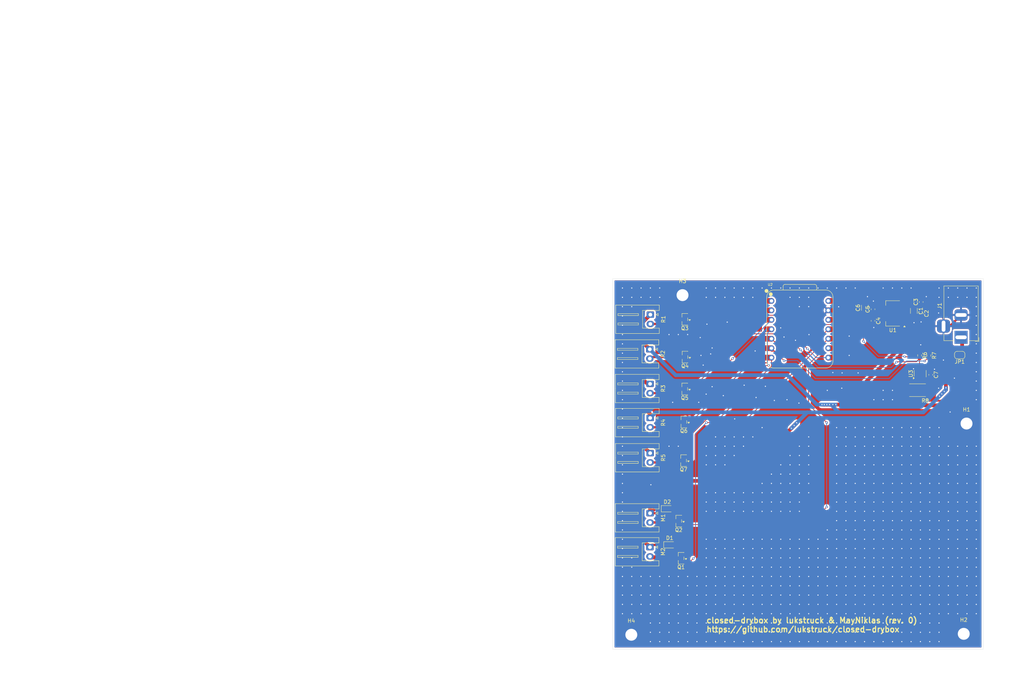
<source format=kicad_pcb>
(kicad_pcb (version 20241229) (generator "pcbnew") (generator_version "9.0")
  (title_block (title "closed-drybox") (date "2025-10-14") (rev "0") (company "lukstruck & MayNiklas") (comment 1 "https://github.com/lukstruck/closed-drybox"))
  (layers (0 "F.Cu" signal) (2 "B.Cu" signal) (13 "F.Paste" user) (15 "B.Paste" user) (5 "F.SilkS" user "F.Silkscreen") (7 "B.SilkS" user "B.Silkscreen") (1 "F.Mask" user) (3 "B.Mask" user) (25 "Edge.Cuts" user))
  (net 0 "")
  (net 1 "+3.3V")
  (net 2 "GND")
  (net 3 "+12V")
  (net 4 "Net-(D1-A)")
  (net 5 "Net-(D2-A)")
  (net 6 "Net-(Q3-D)")
  (net 7 "/power measurement/IN")
  (net 9 "/HEAT1")
  (net 11 "/FAN1")
  (net 12 "/FAN2")
  (net 13 "/HEAT2")
  (net 14 "Net-(Q4-D)")
  (net 15 "Net-(Q5-D)")
  (net 16 "/HEAT3")
  (net 17 "Net-(Q6-D)")
  (net 18 "/HEAT4")
  (net 19 "/HEAT5")
  (net 20 "Net-(Q7-D)")
  (net 21 "/SDA")
  (net 22 "/SCL")
  (footprint "Connector_JST:JST_XH_S2B-XH-A_1x02_P2.50mm_Horizontal" (layer "F.Cu") (at 174.56 121.45 -90)
    (property "Reference" "R5")
    (property "Value" "Heater")
  )
  (footprint "Resistor_SMD:R_2512_6332Metric" (layer "F.Cu") (at 246.35 104.54)
    (property "Reference" "R8")
    (property "Value" "0.1")
  )
  (footprint "Connector_BarrelJack:BarrelJack_Horizontal" (layer "F.Cu") (at 258.03 90.33 -90)
    (property "Reference" "J1")
    (property "Value" "Power_Jack")
  )
  (footprint "Connector_JST:JST_XH_S2B-XH-A_1x02_P2.50mm_Horizontal" (layer "F.Cu") (at 174.53 137.59 -90)
    (property "Reference" "M1")
    (property "Value" "Fan")
  )
  (footprint "Diode_SMD:D_SOD-323" (layer "F.Cu") (at 179.15 136.4)
    (property "Reference" "D2")
    (property "Value" "1N5819WS")
  )
  (footprint "MountingHole:MountingHole_3.2mm_M3_DIN965_Pad" (layer "F.Cu") (at 258.75 170)
    (property "Reference" "H2")
    (property "Value" "MountingHole_Pad")
  )
  (footprint "Connector_JST:JST_XH_S2B-XH-A_1x02_P2.50mm_Horizontal" (layer "F.Cu") (at 174.535 102.84 -90)
    (property "Reference" "R3")
    (property "Value" "Heater")
  )
  (footprint "Package_TO_SOT_SMD:SOT-223-3_TabPin2" (layer "F.Cu") (at 239.71 83.9125 180)
    (property "Reference" "U1")
    (property "Value" "AMS1117-3.3")
  )
  (footprint "Package_TO_SOT_SMD:SOT-23-8_Handsoldering" (layer "F.Cu") (at 247.04 100.1 90)
    (property "Reference" "U3")
    (property "Value" "INA219AxDCN")
  )
  (footprint "Package_TO_SOT_SMD:SOT-23" (layer "F.Cu") (at 183.8425 104.21 180)
    (property "Reference" "Q5")
    (property "Value" "AO3400A")
  )
  (footprint "MountingHole:MountingHole_3.2mm_M3_DIN965_Pad" (layer "F.Cu") (at 259.5 113.5)
    (property "Reference" "H1")
    (property "Value" "MountingHole_Pad")
  )
  (footprint "Resistor_SMD:R_0603_1608Metric" (layer "F.Cu") (at 246.9 95.2 -90)
    (property "Reference" "R6")
    (property "Value" "10k")
  )
  (footprint "Capacitor_SMD:C_0603_1608Metric" (layer "F.Cu") (at 234.4 82.8 90)
    (property "Reference" "C5")
    (property "Value" "100nF")
  )
  (footprint "Package_TO_SOT_SMD:SOT-23" (layer "F.Cu") (at 183.6025 113.08 180)
    (property "Reference" "Q6")
    (property "Value" "AO3400A")
  )
  (footprint "Capacitor_SMD:C_0603_1608Metric" (layer "F.Cu") (at 247.35 83.955 -90)
    (property "Reference" "C2")
    (property "Value" "100nF")
  )
  (footprint "Jumper:SolderJumper-2_P1.3mm_Open_RoundedPad1.0x1.5mm" (layer "F.Cu") (at 257.67 95.1 180)
    (property "Reference" "JP1")
    (property "Value" "SolderJumper_2_Open")
  )
  (footprint "Capacitor_SMD:C_0603_1608Metric" (layer "F.Cu") (at 234.4 85.9 -90)
    (property "Reference" "C4")
    (property "Value" "10uF")
  )
  (footprint "Package_TO_SOT_SMD:SOT-23" (layer "F.Cu") (at 183.8625 85.5 180)
    (property "Reference" "Q3")
    (property "Value" "AO3400A")
  )
  (footprint "Capacitor_SMD:C_1206_3216Metric" (layer "F.Cu") (at 245.36 83.225 -90)
    (property "Reference" "C1")
    (property "Value" "100uF")
  )
  (footprint "Connector_JST:JST_XH_S2B-XH-A_1x02_P2.50mm_Horizontal" (layer "F.Cu") (at 174.465 93.55 -90)
    (property "Reference" "R2")
    (property "Value" "Heater")
  )
  (footprint "Connector_JST:JST_XH_S2B-XH-A_1x02_P2.50mm_Horizontal" (layer "F.Cu") (at 174.505 146.71 -90)
    (property "Reference" "M2")
    (property "Value" "Fan")
  )
  (footprint "Package_TO_SOT_SMD:SOT-23" (layer "F.Cu") (at 182.8625 149.7 180)
    (property "Reference" "Q1")
    (property "Value" "AO3400A")
  )
  (footprint "Connector_JST:JST_XH_S2B-XH-A_1x02_P2.50mm_Horizontal" (layer "F.Cu") (at 174.61 84.24 -90)
    (property "Reference" "R1")
    (property "Value" "Heater")
  )
  (footprint "Connector_JST:JST_XH_S2B-XH-A_1x02_P2.50mm_Horizontal" (layer "F.Cu") (at 174.56 112 -90)
    (property "Reference" "R4")
    (property "Value" "Heater")
  )
  (footprint "Package_TO_SOT_SMD:SOT-23" (layer "F.Cu") (at 182.2325 139.7 180)
    (property "Reference" "Q2")
    (property "Value" "AO3400A")
  )
  (footprint "MountingHole:MountingHole_3.2mm_M3_DIN965_Pad" (layer "F.Cu") (at 183.25 79)
    (property "Reference" "H3")
    (property "Value" "MountingHole_Pad")
  )
  (footprint "Resistor_SMD:R_0603_1608Metric" (layer "F.Cu") (at 249.4 95.225 -90)
    (property "Reference" "R7")
    (property "Value" "10k")
  )
  (footprint "Package_TO_SOT_SMD:SOT-23" (layer "F.Cu") (at 183.54 123.45 180)
    (property "Reference" "Q7")
    (property "Value" "AO3400A")
  )
  (footprint "Capacitor_SMD:C_1206_3216Metric" (layer "F.Cu") (at 232.2 82.4 90)
    (property "Reference" "C6")
    (property "Value" "100uF")
  )
  (footprint "Capacitor_SMD:C_0603_1608Metric" (layer "F.Cu") (at 249.9 100.4 -90)
    (property "Reference" "C7")
    (property "Value" "100n")
  )
  (footprint "Package_TO_SOT_SMD:SOT-23" (layer "F.Cu") (at 183.91 95.64 180)
    (property "Reference" "Q4")
    (property "Value" "AO3400A")
  )
  (footprint "Capacitor_SMD:C_0603_1608Metric" (layer "F.Cu") (at 247.32 80.84 90)
    (property "Reference" "C3")
    (property "Value" "10uF")
  )
  (footprint "Diode_SMD:D_SOD-323" (layer "F.Cu") (at 179.8 146.1)
    (property "Reference" "D1")
    (property "Value" "1N5819WS")
  )
  (footprint "MountingHole:MountingHole_3.2mm_M3_DIN965_Pad" (layer "F.Cu") (at 169.5 170.25)
    (property "Reference" "H4")
    (property "Value" "MountingHole_Pad")
  )
  (footprint "CustomLibrary:XIAO-ESP32C6-DIP" (layer "F.Cu") (at 214.795 88.17)
    (property "Reference" "U2")
    (property "Value" "XIAO-ESP32-C6")
  )
  (gr_rect (start 164.49 74.57) (end 264.01 174.15) (stroke (width 0.05)) (fill no) (layer "Edge.Cuts"))
  (gr_text "${TITLE} by ${COMPANY} (rev. ${REVISION})\n${COMMENT1}" (at 189.525 169.675 0) (layer "F.SilkS") (effects (font (size 1.5 1.5) (thickness 0.3) (bold yes)) (justify left bottom)))
  (segment (start 233.45 85.125) (end 232.2 83.875) (width 1) (layer "F.Cu") (net 1))
  (segment (start 231.8 84.275) (end 231.8 91.4) (width 0.2) (layer "F.Cu") (net 1))
  (segment (start 222.37 85.63) (end 223.205 85.63) (width 0.2) (layer "F.Cu") (net 1))
  (segment (start 246.9 94.375) (end 249.375 94.375) (width 0.2) (layer "F.Cu") (net 1))
  (segment (start 249.375 94.375) (end 249.4 94.4) (width 0.2) (layer "F.Cu") (net 1))
  (segment (start 251.501 96.501) (end 249.4 94.4) (width 0.2) (layer "F.Cu") (net 1))
  (segment (start 230.445 85.63) (end 231.8 84.275) (width 0.6) (layer "F.Cu") (net 1))
  (segment (start 249.838 101.238) (end 249.9 101.175) (width 0.4) (layer "F.Cu") (net 1))
  (segment (start 232.2 83.875) (end 231.8 84.275) (width 0.2) (layer "F.Cu") (net 1))
  (segment (start 234.4 83.575) (end 234.4 85.125) (width 1) (layer "F.Cu") (net 1))
  (segment (start 249.9 101.175) (end 251.501 99.574) (width 0.2) (layer "F.Cu") (net 1))
  (segment (start 248.6696 101.238) (end 249.838 101.238) (width 0.4) (layer "F.Cu") (net 1))
  (segment (start 223.205 85.63) (end 230.445 85.63) (width 0.6) (layer "F.Cu") (net 1))
  (segment (start 251.501 99.574) (end 251.501 96.501) (width 0.2) (layer "F.Cu") (net 1))
  (segment (start 231.8 84.275) (end 232.2 83.875) (width 0.6) (layer "F.Cu") (net 1))
  (segment (start 236.56 83.9125) (end 234.738 83.9125) (width 1) (layer "F.Cu") (net 1))
  (segment (start 245.725 95.55) (end 246.9 94.375) (width 0.2) (layer "F.Cu") (net 1))
  (segment (start 242.9 95.55) (end 245.725 95.55) (width 0.2) (layer "F.Cu") (net 1))
  (segment (start 234.4 85.125) (end 233.45 85.125) (width 1) (layer "F.Cu") (net 1))
  (segment (start 248.015 101.238) (end 248.6696 101.238) (width 0.4) (layer "F.Cu") (net 1))
  (segment (start 234.738 83.9125) (end 234.4 83.575) (width 1) (layer "F.Cu") (net 1))
  (segment (start 248.0155 101.238) (end 248.015 101.2375) (width 0.2) (layer "F.Cu") (net 1))
  (segment (start 242.86 83.9125) (end 236.56 83.9125) (width 1) (layer "F.Cu") (net 1))
  (segment (start 248.6696 101.238) (end 248.0155 101.238) (width 0.2) (layer "F.Cu") (net 1))
  (via (at 231.8 91.4) (size 0.6) (drill 0.3) (layers "F.Cu" "B.Cu") (net 1))
  (via (at 242.9 95.55) (size 0.6) (drill 0.3) (layers "F.Cu" "B.Cu") (net 1))
  (segment (start 242.75 95.4) (end 235.8 95.4) (width 0.2) (layer "B.Cu") (net 1))
  (segment (start 235.8 95.4) (end 231.8 91.4) (width 0.2) (layer "B.Cu") (net 1))
  (segment (start 242.9 95.55) (end 242.75 95.4) (width 0.2) (layer "B.Cu") (net 1))
  (segment (start 247.35 86.15) (end 247.3 86.2) (width 0.2) (layer "F.Cu") (net 2))
  (segment (start 247.35 84.73) (end 247.35 86.15) (width 0.2) (layer "F.Cu") (net 2))
  (segment (start 245.9 98.78) (end 246.07 98.95) (width 0.4) (layer "F.Cu") (net 2))
  (segment (start 246.065 98.9625) (end 246.715 98.9625) (width 0.4) (layer "F.Cu") (net 2))
  (segment (start 249.9 99.625) (end 250.175 99.625) (width 0.4) (layer "F.Cu") (net 2))
  (segment (start 250.175 99.625) (end 250.9 98.9) (width 0.4) (layer "F.Cu") (net 2))
  (segment (start 232.2 80.925) (end 232.2 80.1) (width 0.2) (layer "F.Cu") (net 2))
  (segment (start 247.32 80.065) (end 248.035 80.065) (width 0.2) (layer "F.Cu") (net 2))
  (segment (start 245.4 84.74) (end 245.36 84.7) (width 0.2) (layer "F.Cu") (net 2))
  (segment (start 255.03 87.33) (end 258.03 84.33) (width 0.6) (layer "F.Cu") (net 2))
  (segment (start 247.365 100.478) (end 247.365 101.2375) (width 0.4) (layer "F.Cu") (net 2))
  (segment (start 253.33 87.33) (end 253.33 85.13) (width 0.6) (layer "F.Cu") (net 2))
  (segment (start 225.17 82.57) (end 224.792 82.9485) (width 0.4) (layer "F.Cu") (net 2))
  (segment (start 225.17 82.13) (end 225.17 82.57) (width 0.4) (layer "F.Cu") (net 2))
  (segment (start 245.27 98.78) (end 245.9 98.78) (width 0.4) (layer "F.Cu") (net 2))
  (segment (start 248.035 80.065) (end 248.7 79.4) (width 0.2) (layer "F.Cu") (net 2))
  (segment (start 234.4 82.025) (end 234.4 82) (width 0.2) (layer "F.Cu") (net 2))
  (segment (start 234.4 86.675) (end 234.4 87.5) (width 0.2) (layer "F.Cu") (net 2))
  (segment (start 253.33 85.13) (end 252 83.8) (width 0.6) (layer "F.Cu") (net 2))
  (segment (start 243.848 86.2125) (end 245.36 84.7) (width 1) (layer "F.Cu") (net 2))
  (segment (start 246.07 98.95) (end 246.07 99.0598) (width 0.4) (layer "F.Cu") (net 2))
  (segment (start 245.39 84.73) (end 245.36 84.7) (width 1) (layer "F.Cu") (net 2))
  (segment (start 232.2 80.1) (end 232.9 79.4) (width 0.2) (layer "F.Cu") (net 2))
  (segment (start 247.35 84.73) (end 245.39 84.73) (width 1) (layer "F.Cu") (net 2))
  (segment (start 234.4 87.5) (end 234.6 87.7) (width 0.2) (layer "F.Cu") (net 2))
  (segment (start 246.065 98.9625) (end 246.065 99.1777) (width 0.4) (layer "F.Cu") (net 2))
  (segment (start 242.86 86.2125) (end 243.848 86.2125) (width 1) (layer "F.Cu") (net 2))
  (segment (start 247.365 101.2375) (end 247.365 101.238) (width 0.4) (layer "F.Cu") (net 2))
  (segment (start 224.792 82.9485) (end 223.045 82.9485) (width 0.4) (layer "F.Cu") (net 2))
  (segment (start 246.065 99.1777) (end 247.365 100.478) (width 0.4) (layer "F.Cu") (net 2))
  (segment (start 253.33 87.33) (end 255.03 87.33) (width 0.6) (layer "F.Cu") (net 2))
  (segment (start 245.4 86.4) (end 245.4 84.74) (width 0.2) (layer "F.Cu") (net 2))
  (segment (start 234.5 81.9) (end 234.5 80.6) (width 0.2) (layer "F.Cu") (net 2))
  (segment (start 234.4 82) (end 234.5 81.9) (width 0.2) (layer "F.Cu") (net 2))
  (via (at 214.62 134.59) (size 0.6) (drill 0.3) (layers "F.Cu" "B.Cu") (net 2))
  (via (at 212.12 129.59) (size 0.6) (drill 0.3) (layers "F.Cu" "B.Cu") (net 2))
  (via (at 249.62 129.59) (size 0.6) (drill 0.3) (layers "F.Cu" "B.Cu") (net 2))
  (via (at 209.62 137.09) (size 0.6) (drill 0.3) (layers "F.Cu" "B.Cu") (net 2))
  (via (at 202.12 144.59) (size 0.6) (drill 0.3) (layers "F.Cu" "B.Cu") (net 2))
  (via (at 212.12 154.59) (size 0.6) (drill 0.3) (layers "F.Cu" "B.Cu") (net 2))
  (via (at 167.12 87.09) (size 0.6) (drill 0.3) (layers "F.Cu" "B.Cu") (net 2))
  (via (at 239.62 164.59) (size 0.6) (drill 0.3) (layers "F.Cu" "B.Cu") (net 2))
  (via (at 254.62 77.09) (size 0.6) (drill 0.3) (layers "F.Cu" "B.Cu") (net 2))
  (via (at 245.4 86.4) (size 0.6) (drill 0.3) (layers "F.Cu" "B.Cu") (net 2))
  (via (at 237.12 169.59) (size 0.6) (drill 0.3) (layers "F.Cu" "B.Cu") (net 2))
  (via (at 229.62 162.09) (size 0.6) (drill 0.3) (layers "F.Cu" "B.Cu") (net 2))
  (via (at 254.62 127.09) (size 0.6) (drill 0.3) (layers "F.Cu" "B.Cu") (net 2))
  (via (at 197.12 164.59) (size 0.6) (drill 0.3) (layers "F.Cu" "B.Cu") (net 2))
  (via (at 234.62 119.59) (size 0.6) (drill 0.3) (layers "F.Cu" "B.Cu") (net 2))
  (via (at 249.62 127.09) (size 0.6) (drill 0.3) (layers "F.Cu" "B.Cu") (net 2))
  (via (at 219.62 167.09) (size 0.6) (drill 0.3) (layers "F.Cu" "B.Cu") (net 2))
  (via (at 204.62 147.09) (size 0.6) (drill 0.3) (layers "F.Cu" "B.Cu") (net 2))
  (via (at 182.12 169.59) (size 0.6) (drill 0.3) (layers "F.Cu" "B.Cu") (net 2))
  (via (at 214.62 144.59) (size 0.6) (drill 0.3) (layers "F.Cu" "B.Cu") (net 2))
  (via (at 202.12 154.59) (size 0.6) (drill 0.3) (layers "F.Cu" "B.Cu") (net 2))
  (via (at 184.62 154.59) (size 0.6) (drill 0.3) (layers "F.Cu" "B.Cu") (net 2))
  (via (at 219.62 149.59) (size 0.6) (drill 0.3) (layers "F.Cu" "B.Cu") (net 2))
  (via (at 247.2 92.35) (size 0.6) (drill 0.3) (layers "F.Cu" "B.Cu") (net 2))
  (via (at 197.12 79.59) (size 0.6) (drill 0.3) (layers "F.Cu" "B.Cu") (net 2))
  (via (at 249.62 117.09) (size 0.6) (drill 0.3) (layers "F.Cu" "B.Cu") (net 2))
  (via (at 239.62 134.59) (size 0.6) (drill 0.3) (layers "F.Cu" "B.Cu") (net 2))
  (via (at 229.62 134.59) (size 0.6) (drill 0.3) (layers "F.Cu" "B.Cu") (net 2))
  (via (at 197.12 132.09) (size 0.6) (drill 0.3) (layers "F.Cu" "B.Cu") (net 2))
  (via (at 244.62 159.59) (size 0.6) (drill 0.3) (layers "F.Cu" "B.Cu") (net 2))
  (via (at 204.62 172.09) (size 0.6) (drill 0.3) (layers "F.Cu" "B.Cu") (net 2))
  (via (at 192.12 122.09) (size 0.6) (drill 0.3) (layers "F.Cu" "B.Cu") (net 2))
  (via (at 209.62 124.59) (size 0.6) (drill 0.3) (layers "F.Cu" "B.Cu") (net 2))
  (via (at 239.62 159.59) (size 0.6) (drill 0.3) (layers "F.Cu" "B.Cu") (net 2))
  (via (at 194.62 167.09) (size 0.6) (drill 0.3) (layers "F.Cu" "B.Cu") (net 2))
  (via (at 207.12 127.09) (size 0.6) (drill 0.3) (layers "F.Cu" "B.Cu") (net 2))
  (via (at 239.62 167.09) (size 0.6) (drill 0.3) (layers "F.Cu" "B.Cu") (net 2))
  (via (at 179.62 162.09) (size 0.6) (drill 0.3) (layers "F.Cu" "B.Cu") (net 2))
  (via (at 174.62 77.09) (size 0.6) (drill 0.3) (layers "F.Cu" "B.Cu") (net 2))
  (via (at 262.12 119.59) (size 0.6) (drill 0.3) (layers "F.Cu" "B.Cu") (net 2))
  (via (at 192.12 132.09) (size 0.6) (drill 0.3) (layers "F.Cu" "B.Cu") (net 2))
  (via (at 262.12 129.59) (size 0.6) (drill 0.3) (layers "F.Cu" "B.Cu") (net 2))
  (via (at 229.62 77.09) (size 0.6) (drill 0.3) (layers "F.Cu" "B.Cu") (net 2))
  (via (at 228 90) (size 0.6) (drill 0.3) (layers "F.Cu" "B.Cu") (net 2))
  (via (at 229.62 129.59) (size 0.6) (drill 0.3) (layers "F.Cu" "B.Cu") (net 2))
  (via (at 212.12 169.59) (size 0.6) (drill 0.3) (layers "F.Cu" "B.Cu") (net 2))
  (via (at 226 104) (size 0.6) (drill 0.3) (layers "F.Cu" "B.Cu") (net 2))
  (via (at 239.62 77.09) (size 0.6) (drill 0.3) (layers "F.Cu" "B.Cu") (net 2))
  (via (at 214.62 149.59) (size 0.6) (drill 0.3) (layers "F.Cu" "B.Cu") (net 2))
  (via (at 189.62 167.09) (size 0.6) (drill 0.3) (layers "F.Cu" "B.Cu") (net 2))
  (via (at 209.62 157.09) (size 0.6) (drill 0.3) (layers "F.Cu" "B.Cu") (net 2))
  (via (at 259.62 159.59) (size 0.6) (drill 0.3) (layers "F.Cu" "B.Cu") (net 2))
  (via (at 254.62 132.09) (size 0.6) (drill 0.3) (layers "F.Cu" "B.Cu") (net 2))
  (via (at 202.12 79.59) (size 0.6) (drill 0.3) (layers "F.Cu" "B.Cu") (net 2))
  (via (at 227.12 169.59) (size 0.6) (drill 0.3) (layers "F.Cu" "B.Cu") (net 2))
  (via (at 254.62 122.09) (size 0.6) (drill 0.3) (layers "F.Cu" "B.Cu") (net 2))
  (via (at 259.62 157.09) (size 0.6) (drill 0.3) (layers "F.Cu" "B.Cu") (net 2))
  (via (at 192.12 79.59) (size 0.6) (drill 0.3) (layers "F.Cu" "B.Cu") (net 2))
  (via (at 239.62 162.09) (size 0.6) (drill 0.3) (layers "F.Cu" "B.Cu") (net 2))
  (via (at 262.12 159.59) (size 0.6) (drill 0.3) (layers "F.Cu" "B.Cu") (net 2))
  (via (at 252.12 77.09) (size 0.6) (drill 0.3) (layers "F.Cu" "B.Cu") (net 2))
  (via (at 217.12 127.09) (size 0.6) (drill 0.3) (layers "F.Cu" "B.Cu") (net 2))
  (via (at 254.62 157.09) (size 0.6) (drill 0.3) (layers "F.Cu" "B.Cu") (net 2))
  (via (at 209.62 127.09) (size 0.6) (drill 0.3) (layers "F.Cu" "B.Cu") (net 2))
  (via (at 219.62 77.09) (size 0.6) (drill 0.3) (layers "F.Cu" "B.Cu") (net 2))
  (via (at 217.12 119.59) (size 0.6) (drill 0.3) (layers "F.Cu" "B.Cu") (net 2))
  (via (at 249.62 154.59) (size 0.6) (drill 0.3) (layers "F.Cu" "B.Cu") (net 2))
  (via (at 227.12 124.59) (size 0.6) (drill 0.3) (layers "F.Cu" "B.Cu") (net 2))
  (via (at 254.62 134.59) (size 0.6) (drill 0.3) (layers "F.Cu" "B.Cu") (net 2))
  (via (at 192.12 154.59) (size 0.6) (drill 0.3) (layers "F.Cu" "B.Cu") (net 2))
  (via (at 217.12 79.59) (size 0.6) (drill 0.3) (layers "F.Cu" "B.Cu") (net 2))
  (via (at 214.62 77.09) (size 0.6) (drill 0.3) (layers "F.Cu" "B.Cu") (net 2))
  (via (at 242.12 122.09) (size 0.6) (drill 0.3) (layers "F.Cu" "B.Cu") (net 2))
  (via (at 209.62 132.09) (size 0.6) (drill 0.3) (layers "F.Cu" "B.Cu") (net 2))
  (via (at 192.12 164.59) (size 0.6) (drill 0.3) (layers "F.Cu" "B.Cu") (net 2))
  (via (at 262.12 94.59) (size 0.6) (drill 0.3) (layers "F.Cu" "B.Cu") (net 2))
  (via (at 195.25 86.25) (size 0.6) (drill 0.3) (layers "F.Cu" "B.Cu") (net 2))
  (via (at 197.12 167.09) (size 0.6) (drill 0.3) (layers "F.Cu" "B.Cu") (net 2))
  (via (at 239.62 127.09) (size 0.6) (drill 0.3) (layers "F.Cu" "B.Cu") (net 2))
  (via (at 259.62 129.59) (size 0.6) (drill 0.3) (layers "F.Cu" "B.Cu") (net 2))
  (via (at 252.12 122.09) (size 0.6) (drill 0.3) (layers "F.Cu" "B.Cu") (net 2))
  (via (at 217.12 77.09) (size 0.6) (drill 0.3) (layers "F.Cu" "B.Cu") (net 2))
  (via (at 167.12 92.09) (size 0.6) (drill 0.3) (layers "F.Cu" "B.Cu") (net 2))
  (via (at 182.12 154.59) (size 0.6) (drill 0.3) (layers "F.Cu" "B.Cu") (net 2))
  (via (at 259.62 119.59) (size 0.6) (drill 0.3) (layers "F.Cu" "B.Cu") (net 2))
  (via (at 219.62 162.09) (size 0.6) (drill 0.3) (layers "F.Cu" "B.Cu") (net 2))
  (via (at 204.62 129.59) (size 0.6) (drill 0.3) (layers "F.Cu" "B.Cu") (net 2))
  (via (at 199.62 159.59) (size 0.6) (drill 0.3) (layers "F.Cu" "B.Cu") (net 2))
  (via (at 167.12 149.59) (size 0.6) (drill 0.3) (layers "F.Cu" "B.Cu") (net 2))
  (via (at 167.12 99.59) (size 0.6) (drill 0.3) (layers "F.Cu" "B.Cu") (net 2))
  (via (at 189.62 157.09) (size 0.6) (drill 0.3) (layers "F.Cu" "B.Cu") (net 2))
  (via (at 229.62 144.59) (size 0.6) (drill 0.3) (layers "F.Cu" "B.Cu") (net 2))
  (via (at 242.12 117.09) (size 0.6) (drill 0.3) (layers "F.Cu" "B.Cu") (net 2))
  (via (at 247.12 172.09) (size 0.6) (drill 0.3) (layers "F.Cu" "B.Cu") (net 2))
  (via (at 194.62 79.59) (size 0.6) (drill 0.3) (layers "F.Cu" "B.Cu") (net 2))
  (via (at 207.12 162.09) (size 0.6) (drill 0.3) (layers "F.Cu" "B.Cu") (net 2))
  (via (at 239.62 104.59) (size 0.6) (drill 0.3) (layers "F.Cu" "B.Cu") (net 2))
  (via (at 249.62 157.09) (size 0.6) (drill 0.3) (layers "F.Cu" "B.Cu") (net 2))
  (via (at 239.62 154.59) (size 0.6) (drill 0.3) (layers "F.Cu" "B.Cu") (net 2))
  (via (at 234.62 129.59) (size 0.6) (drill 0.3) (layers "F.Cu" "B.Cu") (net 2))
  (via (at 254.62 137.09) (size 0.6) (drill 0.3) (layers "F.Cu" "B.Cu") (net 2))
  (via (at 224.62 152.09) (size 0.6) (drill 0.3) (layers "F.Cu" "B.Cu") (net 2))
  (via (at 239.62 142.09) (size 0.6) (drill 0.3) (layers "F.Cu" "B.Cu") (net 2))
  (via (at 224.62 154.59) (size 0.6) (drill 0.3) (layers "F.Cu" "B.Cu") (net 2))
  (via (at 227.12 127.09) (size 0.6) (drill 0.3) (layers "F.Cu" "B.Cu") (net 2))
  (via (at 257.12 144.59) (size 0.6) (drill 0.3) (layers "F.Cu" "B.Cu") (net 2))
  (via (at 174.62 79.59) (size 0.6) (drill 0.3) (layers "F.Cu" "B.Cu") (net 2))
  (via (at 232.12 144.59) (size 0.6) (drill 0.3) (layers "F.Cu" "B.Cu") (net 2))
  (via (at 204.62 164.59) (size 0.6) (drill 0.3) (layers "F.Cu" "B.Cu") (net 2))
  (via (at 257.12 139.59) (size 0.6) (drill 0.3) (layers "F.Cu" "B.Cu") (net 2))
  (via (at 167.12 144.59) (size 0.6) (drill 0.3) (layers "F.Cu" "B.Cu") (net 2))
  (via (at 247.12 162.09) (size 0.6) (drill 0.3) (layers "F.Cu" "B.Cu") (net 2))
  (via (at 262.12 107.09) (size 0.6) (drill 0.3) (layers "F.Cu" "B.Cu") (net 2))
  (via (at 229.62 139.59) (size 0.6) (drill 0.3) (layers "F.Cu" "B.Cu") (net 2))
  (via (at 244.62 127.09) (size 0.6) (drill 0.3) (layers "F.Cu" "B.Cu") (net 2))
  (via (at 177.12 154.59) (size 0.6) (drill 0.3) (layers "F.Cu" "B.Cu") (net 2))
  (via (at 239.62 152.09) (size 0.6) (drill 0.3) (layers "F.Cu" "B.Cu") (net 2))
  (via (at 194.62 149.59) (size 0.6) (drill 0.3) (layers "F.Cu" "B.Cu") (net 2))
  (via (at 224.62 162.09) (size 0.6) (drill 0.3) (layers "F.Cu" "B.Cu") (net 2))
  (via (at 242.12 167.09) (size 0.6) (drill 0.3) (layers "F.Cu" "B.Cu") (net 2))
  (via (at 212.12 149.59) (size 0.6) (drill 0.3) (layers "F.Cu" "B.Cu") (net 2))
  (via (at 192.12 77.09) (size 0.6) (drill 0.3) (layers "F.Cu" "B.Cu") (net 2))
  (via (at 212.12 167.09) (size 0.6) (drill 0.3) (layers "F.Cu" "B.Cu") (net 2))
  (via (at 244.62 149.59) (size 0.6) (drill 0.3) (layers "F.Cu" "B.Cu") (net 2))
  (via (at 194.2 106) (size 0.6) (drill 0.3) (layers "F.Cu" "B.Cu") (net 2))
  (via (at 234.62 164.59) (size 0.6) (drill 0.3) (layers "F.Cu" "B.Cu") (net 2))
  (via (at 227.12 164.59) (size 0.6) (drill 0.3) (layers "F.Cu" "B.Cu") (net 2))
  (via (at 239.62 157.09) (size 0.6) (drill 0.3) (layers "F.Cu" "B.Cu") (net 2))
  (via (at 262.12 149.59) (size 0.6) (drill 0.3) (layers "F.Cu" "B.Cu") (net 2))
  (via (at 217.12 169.59) (size 0.6) (drill 0.3) (layers "F.Cu" "B.Cu") (net 2))
  (via (at 192.12 167.09) (size 0.6) (drill 0.3) (layers "F.Cu" "B.Cu") (net 2))
  (via (at 202.12 137.09) (size 0.6) (drill 0.3) (layers "F.Cu" "B.Cu") (net 2))
  (via (at 202.12 164.59) (size 0.6) (drill 0.3) (layers "F.Cu" "B.Cu") (net 2))
  (via (at 182.12 162.09) (size 0.6) (drill 0.3) (layers "F.Cu" "B.Cu") (net 2))
  (via (at 234.62 134.59) (size 0.6) (drill 0.3) (layers "F.Cu" "B.Cu") (net 2))
  (via (at 169.62 152.09) (size 0.6) (drill 0.3) (layers "F.Cu" "B.Cu") (net 2))
  (via (at 262.12 89.59) (size 0.6) (drill 0.3) (layers "F.Cu" "B.Cu") (net 2))
  (via (at 214.62 159.59) (size 0.6) (drill 0.3) (layers "F.Cu" "B.Cu") (net 2))
  (via (at 214.62 162.09) (size 0.6) (drill 0.3) (layers "F.Cu" "B.Cu") (net 2))
  (via (at 232.12 142.09) (size 0.6) (drill 0.3) (layers "F.Cu" "B.Cu") (net 2))
  (via (at 227.12 152.09) (size 0.6) (drill 0.3) (layers "F.Cu" "B.Cu") (net 2))
  (via (at 167.12 139.59) (size 0.6) (drill 0.3) (layers "F.Cu" "B.Cu") (net 2))
  (via (at 177.12 172.09) (size 0.6) (drill 0.3) (layers "F.Cu" "B.Cu") (net 2))
  (via (at 252.12 167.09) (size 0.6) (drill 0.3) (layers "F.Cu" "B.Cu") (net 2))
  (via (at 222.12 154.59) (size 0.6) (drill 0.3) (layers "F.Cu" "B.Cu") (net 2))
  (via (at 249.62 167.09) (size 0.6) (drill 0.3) (layers "F.Cu" "B.Cu") (net 2))
  (via (at 219.62 159.59) (size 0.6) (drill 0.3) (layers "F.Cu" "B.Cu") (net 2))
  (via (at 204.62 77.09) (size 0.6) (drill 0.3) (layers "F.Cu" "B.Cu") (net 2))
  (via (at 184.62 89.59) (size 0.6) (drill 0.3) (layers "F.Cu" "B.Cu") (net 2))
  (via (at 259.62 147.09) (size 0.6) (drill 0.3) (layers "F.Cu" "B.Cu") (net 2))
  (via (at 209.62 172.09) (size 0.6) (drill 0.3) (layers "F.Cu" "B.Cu") (net 2))
  (via (at 192.12 169.59) (size 0.6) (drill 0.3) (layers "F.Cu" "B.Cu") (net 2))
  (via (at 247.12 122.09) (size 0.6) (drill 0.3) (layers "F.Cu" "B.Cu") (net 2))
  (via (at 237.12 159.59) (size 0.6) (drill 0.3) (layers "F.Cu" "B.Cu") (net 2))
  (via (at 177.12 157.09) (size 0.6) (drill 0.3) (layers "F.Cu" "B.Cu") (net 2))
  (via (at 219.62 154.59) (size 0.6) (drill 0.3) (layers "F.Cu" "B.Cu") (net 2))
  (via (at 199.62 149.59) (size 0.6) (drill 0.3) (layers "F.Cu" "B.Cu") (net 2))
  (via (at 214.62 127.09) (size 0.6) (drill 0.3) (layers "F.Cu" "B.Cu") (net 2))
  (via (at 247.12 114.59) (size 0.6) (drill 0.3) (layers "F.Cu" "B.Cu") (net 2))
  (via (at 179.62 172.09) (size 0.6) (drill 0.3) (layers "F.Cu" "B.Cu") (net 2))
  (via (at 259.62 122.09) (size 0.6) (drill 0.3) (layers "F.Cu" "B.Cu") (net 2))
  (via (at 237.12 144.59) (size 0.6) (drill 0.3) (layers "F.Cu" "B.Cu") (net 2))
  (via (at 227.12 139.59) (size 0.6) (drill 0.3) (layers "F.Cu" "B.Cu") (net 2))
  (via (at 174.62 167.09) (size 0.6) (drill 0.3) (layers "F.Cu" "B.Cu") (net 2))
  (via (at 234.62 137.09) (size 0.6) (drill 0.3) (layers "F.Cu" "B.Cu") (net 2))
  (via (at 189.62 152.09) (size 0.6) (drill 0.3) (layers "F.Cu" "B.Cu") (net 2))
  (via (at 179.62 159.59) (size 0.6) (drill 0.3) (layers "F.Cu" "B.Cu") (net 2))
  (via (at 197.12 144.59) (size 0.6) (drill 0.3) (layers "F.Cu" "B.Cu") (net 2))
  (via (at 234.62 144.59) (size 0.6) (drill 0.3) (layers "F.Cu" "B.Cu") (net 2))
  (via (at 247.12 157.09) (size 0.6) (drill 0.3) (layers "F.Cu" "B.Cu") (net 2))
  (via (at 227.12 117.09) (size 0.6) (drill 0.3) (layers "F.Cu" "B.Cu") (net 2))
  (via (at 167.12 117.09) (size 0.6) (drill 0.3) (layers "F.Cu" "B.Cu") (net 2))
  (via (at 189.62 137.09) (size 0.6) (drill 0.3) (layers "F.Cu" "B.Cu") (net 2))
  (via (at 237.12 149.59) (size 0.6) (drill 0.3) (layers "F.Cu" "B.Cu") (net 2))
  (via (at 232.12 139.59) (size 0.6) (drill 0.3) (layers "F.Cu" "B.Cu") (net 2))
  (via (at 217.12 159.59) (size 0.6) (drill 0.3) (layers "F.Cu" "B.Cu") (net 2))
  (via (at 252.12 137.09) (size 0.6) (drill 0.3) (layers "F.Cu" "B.Cu") (net 2))
  (via (at 194.62 119.59) (size 0.6) (drill 0.3) (layers "F.Cu" "B.Cu") (net 2))
  (via (at 234.62 154.59) (size 0.6) (drill 0.3) (layers "F.Cu" "B.Cu") (net 2))
  (via (at 207.12 154.59) (size 0.6) (drill 0.3) (layers "F.Cu" "B.Cu") (net 2))
  (via (at 244.62 142.09) (size 0.6) (drill 0.3) (layers "F.Cu" "B.Cu") (net 2))
  (via (at 167.12 79.59) (size 0.6) (drill 0.3) (layers "F.Cu" "B.Cu") (net 2))
  (via (at 172.12 79.59) (size 0.6) (drill 0.3) (layers "F.Cu" "B.Cu") (net 2))
  (via (at 187.12 162.09) (size 0.6) (drill 0.3) (layers "F.Cu" "B.Cu") (net 2))
  (via (at 199.62 137.09) (size 0.6) (drill 0.3) (layers "F.Cu" "B.Cu") (net 2))
  (via (at 257.12 147.09) (size 0.6) (drill 0.3) (layers "F.Cu" "B.Cu") (net 2))
  (via (at 214.62 172.09) (size 0.6) (drill 0.3) (layers "F.Cu" "B.Cu") (net 2))
  (via (at 257.12 129.59) (size 0.6) (drill 0.3) (layers "F.Cu" "B.Cu") (net 2))
  (via (at 252.12 119.59) (size 0.6) (drill 0.3) (layers "F.Cu" "B.Cu") (net 2))
  (via (at 192.12 144.59) (size 0.6) (drill 0.3) (layers "F.Cu" "B.Cu") (net 2))
  (via (at 204.62 134.59) (size 0.6) (drill 0.3) (layers "F.Cu" "B.Cu") (net 2))
  (via (at 179.62 169.59) (size 0.6) (drill 0.3) (layers "F.Cu" "B.Cu") (net 2))
  (via (at 257.12 127.09) (size 0.6) (drill 0.3) (layers "F.Cu" "B.Cu") (net 2))
  (via (at 199.62 169.59) (size 0.6) (drill 0.3) (layers "F.Cu" "B.Cu") (net 2))
  (via (at 214.62 129.59) (size 0.6) (drill 0.3) (layers "F.Cu" "B.Cu") (net 2))
  (via (at 252.12 129.59) (size 0.6) (drill 0.3) (layers "F.Cu" "B.Cu") (net 2))
  (via (at 197.12 157.09) (size 0.6) (drill 0.3) (layers "F.Cu" "B.Cu") (net 2))
  (via (at 223.6 99.8) (size 0.6) (drill 0.3) (layers "F.Cu" "B.Cu") (net 2))
  (via (at 227.12 154.59) (size 0.6) (drill 0.3) (layers "F.Cu" "B.Cu") (net 2))
  (via (at 189.62 79.59) (size 0.6) (drill 0.3) (layers "F.Cu" "B.Cu") (net 2))
  (via (at 234.62 159.59) (size 0.6) (drill 0.3) (layers "F.Cu" "B.Cu") (net 2))
  (via (at 249.62 152.09) (size 0.6) (drill 0.3) (layers "F.Cu" "B.Cu") (net 2))
  (via (at 252.12 149.59) (size 0.6) (drill 0.3) (layers "F.Cu" "B.Cu") (net 2))
  (via (at 202.12 77.09) (size 0.6) (drill 0.3) (layers "F.Cu" "B.Cu") (net 2))
  (via (at 237.12 172.09) (size 0.6) (drill 0.3) (layers "F.Cu" "B.Cu") (net 2))
  (via (at 247.12 144.59) (size 0.6) (drill 0.3) (layers "F.Cu" "B.Cu") (net 2))
  (via (at 237.12 107.09) (size 0.6) (drill 0.3) (layers "F.Cu" "B.Cu") (net 2))
  (via (at 262.12 104.59) (size 0.6) (drill 0.3) (layers "F.Cu" "B.Cu") (net 2))
  (via (at 189.62 164.59) (size 0.6) (drill 0.3) (layers "F.Cu" "B.Cu") (net 2))
  (via (at 262.12 142.09) (size 0.6) (drill 0.3) (layers "F.Cu" "B.Cu") (net 2))
  (via (at 244.62 169.59) (size 0.6) (drill 0.3) (layers "F.Cu" "B.Cu") (net 2))
  (via (at 174.62 157.09) (size 0.6) (drill 0.3) (layers "F.Cu" "B.Cu") (net 2))
  (via (at 202.12 147.09) (size 0.6) (drill 0.3) (layers "F.Cu" "B.Cu") (net 2))
  (via (at 174.62 169.59) (size 0.6) (drill 0.3) (layers "F.Cu" "B.Cu") (net 2))
  (via (at 237.12 157.09) (size 0.6) (drill 0.3) (layers "F.Cu" "B.Cu") (net 2))
  (via (at 172.12 162.09) (size 0.6) (drill 0.3) (layers "F.Cu" "B.Cu") (net 2))
  (via (at 209.62 147.09) (size 0.6) (drill 0.3) (layers "F.Cu" "B.Cu") (net 2))
  (via (at 189.62 159.59) (size 0.6) (drill 0.3) (layers "F.Cu" "B.Cu") (net 2))
  (via (at 227.12 157.09) (size 0.6) (drill 0.3) (layers "F.Cu" "B.Cu") (net 2))
  (via (at 257.12 122.09) (size 0.6) (drill 0.3) (layers "F.Cu" "B.Cu") (net 2))
  (via (at 187.12 167.09) (size 0.6) (drill 0.3) (layers "F.Cu" "B.Cu") (net 2))
  (via (at 252 104) (size 0.6) (drill 0.3) (layers "F.Cu" "B.Cu") (net 2))
  (via (at 224.62 144.59) (size 0.6) (drill 0.3) (layers "F.Cu" "B.Cu") (net 2))
  (via (at 187.12 164.59) (size 0.6) (drill 0.3) (layers "F.Cu" "B.Cu") (net 2))
  (via (at 189.62 149.59) (size 0.6) (drill 0.3) (layers "F.Cu" "B.Cu") (net 2))
  (via (at 247.12 167.09) (size 0.6) (drill 0.3) (layers "F.Cu" "B.Cu") (net 2))
  (via (at 249.62 139.59) (size 0.6) (drill 0.3) (layers "F.Cu" "B.Cu") (net 2))
  (via (at 247.12 134.59) (size 0.6) (drill 0.3) (layers "F.Cu" "B.Cu") (net 2))
  (via (at 212.12 77.09) (size 0.6) (drill 0.3) (layers "F.Cu" "B.Cu") (net 2))
  (via (at 257.12 152.09) (size 0.6) (drill 0.3) (layers "F.Cu" "B.Cu") (net 2))
  (via (at 177.12 167.09) (size 0.6) (drill 0.3) (layers "F.Cu" "B.Cu") (net 2))
  (via (at 197.12 149.59) (size 0.6) (drill 0.3) (layers "F.Cu" "B.Cu") (net 2))
  (via (at 209.62 159.59) (size 0.6) (drill 0.3) (layers "F.Cu" "B.Cu") (net 2))
  (via (at 247.12 154.59) (size 0.6) (drill 0.3) (layers "F.Cu" "B.Cu") (net 2))
  (via (at 254.62 139.59) (size 0.6) (drill 0.3) (layers "F.Cu" "B.Cu") (net 2))
  (via (at 194.62 77.09) (size 0.6) (drill 0.3) (layers "F.Cu" "B.Cu") (net 2))
  (via (at 224.62 139.59) (size 0.6) (drill 0.3) (layers "F.Cu" "B.Cu") (net 2))
  (via (at 197.12 134.59) (size 0.6) (drill 0.3) (layers "F.Cu" "B.Cu") (net 2))
  (via (at 259.62 162.09) (size 0.6) (drill 0.3) (layers "F.Cu" "B.Cu") (net 2))
  (via (at 256.25 101.3) (size 0.6) (drill 0.3) (layers "F.Cu" "B.Cu") (net 2))
  (via (at 227.12 159.59) (size 0.6) (drill 0.3) (layers "F.Cu" "B.Cu") (net 2))
  (via (at 212.12 172.09) (size 0.6) (drill 0.3) (layers "F.Cu" "B.Cu") (net 2))
  (via (at 202.12 134.59) (size 0.6) (drill 0.3) (layers "F.Cu" "B.Cu") (net 2))
  (via (at 259.62 77.09) (size 0.6) (drill 0.3) (layers "F.Cu" "B.Cu") (net 2))
  (via (at 192.12 117.09) (size 0.6) (drill 0.3) (layers "F.Cu" "B.Cu") (net 2))
  (via (at 229.62 122.09) (size 0.6) (drill 0.3) (layers "F.Cu" "B.Cu") (net 2))
  (via (at 187.6 107.8) (size 0.6) (drill 0.3) (layers "F.Cu" "B.Cu") (net 2))
  (via (at 222.12 162.09) (size 0.6) (drill 0.3) (layers "F.Cu" "B.Cu") (net 2))
  (via (at 224.62 129.59) (size 0.6) (drill 0.3) (layers "F.Cu" "B.Cu") (net 2))
  (via (at 237.12 129.59) (size 0.6) (drill 0.3) (layers "F.Cu" "B.Cu") (net 2))
  (via (at 244.62 144.59) (size 0.6) (drill 0.3) (layers "F.Cu" "B.Cu") (net 2))
  (via (at 249.62 134.59) (size 0.6) (drill 0.3) (layers "F.Cu" "B.Cu") (net 2))
  (via (at 174.62 172.09) (size 0.6) (drill 0.3) (layers "F.Cu" "B.Cu") (net 2))
  (via (at 249.62 142.09) (size 0.6) (drill 0.3) (layers "F.Cu" "B.Cu") (net 2))
  (via (at 232.12 152.09) (size 0.6) (drill 0.3) (layers "F.Cu" "B.Cu") (net 2))
  (via (at 259.62 132.09) (size 0.6) (drill 0.3) (layers "F.Cu" "B.Cu") (net 2))
  (via (at 167.12 162.09) (size 0.6) (drill 0.3) (layers "F.Cu" "B.Cu") (net 2))
  (via (at 259.62 164.59) (size 0.6) (drill 0.3) (layers "F.Cu" "B.Cu") (net 2))
  (via (at 192.12 137.09) (size 0.6) (drill 0.3) (layers "F.Cu" "B.Cu") (net 2))
  (via (at 217.12 167.09) (size 0.6) (drill 0.3) (layers "F.Cu" "B.Cu") (net 2))
  (via (at 244.62 157.09) (size 0.6) (drill 0.3) (layers "F.Cu" "B.Cu") (net 2))
  (via (at 189.62 77.09) (size 0.6) (drill 0.3) (layers "F.Cu" "B.Cu") (net 2))
  (via (at 234.5 80.6) (size 0.6) (drill 0.3) (layers "F.Cu" "B.Cu") (net 2))
  (via (at 252.12 164.59) (size 0.6) (drill 0.3) (layers "F.Cu" "B.Cu") (net 2))
  (via (at 224.62 164.59) (size 0.6) (drill 0.3) (layers "F.Cu" "B.Cu") (net 2))
  (via (at 245.27 98.78) (size 0.6) (drill 0.3) (layers "F.Cu" "B.Cu") (net 2))
  (via (at 232.12 162.09) (size 0.6) (drill 0.3) (layers "F.Cu" "B.Cu") (net 2))
  (via (at 192.12 149.59) (size 0.6) (drill 0.3) (layers "F.Cu" "B.Cu") (net 2))
  (via (at 177.12 169.59) (size 0.6) (drill 0.3) (layers "F.Cu" "B.Cu") (net 2))
  (via (at 250.9 98.9) (size 0.6) (drill 0.3) (layers "F.Cu" "B.Cu") (net 2))
  (via (at 254.62 129.59) (size 0.6) (drill 0.3) (layers "F.Cu" "B.Cu") (net 2))
  (via (at 249.62 147.09) (size 0.6) (drill 0.3) (layers "F.Cu" "B.Cu") (net 2))
  (via (at 254.62 147.09) (size 0.6) (drill 0.3) (layers "F.Cu" "B.Cu") (net 2))
  (via (at 197.12 137.09) (size 0.6) (drill 0.3) (layers "F.Cu" "B.Cu") (net 2))
  (via (at 234.62 169.59) (size 0.6) (drill 0.3) (layers "F.Cu" "B.Cu") (net 2))
  (via (at 192.12 134.59) (size 0.6) (drill 0.3) (layers "F.Cu" "B.Cu") (net 2))
  (via (at 212.12 162.09) (size 0.6) (drill 0.3) (layers "F.Cu" "B.Cu") (net 2))
  (via (at 209.62 134.59) (size 0.6) (drill 0.3) (layers "F.Cu" "B.Cu") (net 2))
  (via (at 227.12 142.09) (size 0.6) (drill 0.3) (layers "F.Cu" "B.Cu") (net 2))
  (via (at 209.62 154.59) (size 0.6) (drill 0.3) (layers "F.Cu" "B.Cu") (net 2))
  (via (at 199.62 172.09) (size 0.6) (drill 0.3) (layers "F.Cu" "B.Cu") (net 2))
  (via (at 244.62 122.09) (size 0.6) (drill 0.3) (layers "F.Cu" "B.Cu") (net 2))
  (via (at 214.62 82.09) (size 0.6) (drill 0.3) (layers "F.Cu" "B.Cu") (net 2))
  (via (at 190.8 94.8) (size 0.6) (drill 0.3) (layers "F.Cu" "B.Cu") (net 2))
  (via (at 217.12 129.59) (size 0.6) (drill 0.3) (layers "F.Cu" "B.Cu") (net 2))
  (via (at 214.62 169.59) (size 0.6) (drill 0.3) (layers "F.Cu" "B.Cu") (net 2))
  (via (at 189.62 169.59) (size 0.6) (drill 0.3) (layers "F.Cu" "B.Cu") (net 2))
  (via (at 197.12 77.09) (size 0.6) (drill 0.3) (layers "F.Cu" "B.Cu") (net 2))
  (via (at 177.12 164.59) (size 0.6) (drill 0.3) (layers "F.Cu" "B.Cu") (net 2))
  (via (at 167.12 107.09) (size 0.6) (drill 0.3) (layers "F.Cu" "B.Cu") (net 2))
  (via (at 224.62 167.09) (size 0.6) (drill 0.3) (layers "F.Cu" "B.Cu") (net 2))
  (via (at 242.12 119.59) (size 0.6) (drill 0.3) (layers "F.Cu" "B.Cu") (net 2))
  (via (at 247.12 139.59) (size 0.6) (drill 0.3) (layers "F.Cu" "B.Cu") (net 2))
  (via (at 219.62 164.59) (size 0.6) (drill 0.3) (layers "F.Cu" "B.Cu") (net 2))
  (via (at 232.12 147.09) (size 0.6) (drill 0.3) (layers "F.Cu" "B.Cu") (net 2))
  (via (at 242.12 164.59) (size 0.6) (drill 0.3) (layers "F.Cu" "B.Cu") (net 2))
  (via (at 212.12 79.59) (size 0.6) (drill 0.3) (layers "F.Cu" "B.Cu") (net 2))
  (via (at 207.9 107.3) (size 0.6) (drill 0.3) (layers "F.Cu" "B.Cu") (net 2))
  (via (at 227.12 119.59) (size 0.6) (drill 0.3) (layers "F.Cu" "B.Cu") (net 2))
  (via (at 244.62 152.09) (size 0.6) (drill 0.3) (layers "F.Cu" "B.Cu") (net 2))
  (via (at 177.12 162.09) (size 0.6) (drill 0.3) (layers "F.Cu" "B.Cu") (net 2))
  (via (at 227.12 132.09) (size 0.6) (drill 0.3) (layers "F.Cu" "B.Cu") (net 2))
  (via (at 189.62 147.09) (size 0.6) (drill 0.3) (layers "F.Cu" "B.Cu") (net 2))
  (via (at 167.12 84.59) (size 0.6) (drill 0.3) (layers "F.Cu" "B.Cu") (net 2))
  (via (at 237.12 137.09) (size 0.6) (drill 0.3) (layers "F.Cu" "B.Cu") (net 2))
  (via (at 212.12 122.09) (size 0.6) (drill 0.3) (layers "F.Cu" "B.Cu") (net 2))
  (via (at 259.62 134.59) (size 0.6) (drill 0.3) (layers "F.Cu" "B.Cu") (net 2))
  (via (at 194.62 124.59) (size 0.6) (drill 0.3) (layers "F.Cu" "B.Cu") (net 2))
  (via (at 252.12 132.09) (size 0.6) (drill 0.3) (layers "F.Cu" "B.Cu") (net 2))
  (via (at 224.62 137.09) (size 0.6) (drill 0.3) (layers "F.Cu" "B.Cu") (net 2))
  (via (at 249.62 169.59) (size 0.6) (drill 0.3) (layers "F.Cu" "B.Cu") (net 2))
  (via (at 237.12 167.09) (size 0.6) (drill 0.3) (layers "F.Cu" "B.Cu") (net 2))
  (via (at 167.12 127.09) (size 0.6) (drill 0.3) (layers "F.Cu" "B.Cu") (net 2))
  (via (at 237.12 164.59) (size 0.6) (drill 0.3) (layers "F.Cu" "B.Cu") (net 2))
  (via (at 254.62 144.59) (size 0.6) (drill 0.3) (layers "F.Cu" "B.Cu") (net 2))
  (via (at 214.62 164.59) (size 0.6) (drill 0.3) (layers "F.Cu" "B.Cu") (net 2))
  (via (at 194.62 144.59) (size 0.6) (drill 0.3) (layers "F.Cu" "B.Cu") (net 2))
  (via (at 230.4 99.9) (size 0.6) (drill 0.3) (layers "F.Cu" "B.Cu") (net 2))
  (via (at 252 83.8) (size 0.6) (drill 0.3) (layers "F.Cu" "B.Cu") (net 2))
  (via (at 182.12 119.59) (size 0.6) (drill 0.3) (layers "F.Cu" "B.Cu") (net 2))
  (via (at 239.62 129.59) (size 0.6) (drill 0.3) (layers "F.Cu" "B.Cu") (net 2))
  (via (at 262.12 82.09) (size 0.6) (drill 0.3) (layers "F.Cu" "B.Cu") (net 2))
  (via (at 239.62 132.09) (size 0.6) (drill 0.3) (layers "F.Cu" "B.Cu") (net 2))
  (via (at 254.62 159.59) (size 0.6) (drill 0.3) (layers "F.Cu" "B.Cu") (net 2))
  (via (at 242.12 147.09) (size 0.6) (drill 0.3) (layers "F.Cu" "B.Cu") (net 2))
  (via (at 219.62 157.09) (size 0.6) (drill 0.3) (layers "F.Cu" "B.Cu") (net 2))
  (via (at 225.17 82.13) (size 0.6) (drill 0.3) (layers "F.Cu" "B.Cu") (net 2))
  (via (at 209.62 149.59) (size 0.6) (drill 0.3) (layers "F.Cu" "B.Cu") (net 2))
  (via (at 252.12 142.09) (size 0.6) (drill 0.3) (layers "F.Cu" "B.Cu") (net 2))
  (via (at 259.62 79.59) (size 0.6) (drill 0.3) (layers "F.Cu" "B.Cu") (net 2))
  (via (at 167.12 122.09) (size 0.6) (drill 0.3) (layers "F.Cu" "B.Cu") (net 2))
  (via (at 257.12 162.09) (size 0.6) (drill 0.3) (layers "F.Cu" "B.Cu") (net 2))
  (via (at 232.12 154.59) (size 0.6) (drill 0.3) (layers "F.Cu" "B.Cu") (net 2))
  (via (at 192.12 119.59) (size 0.6) (drill 0.3) (layers "F.Cu" "B.Cu") (net 2))
  (via (at 210.5 90.25) (size 0.6) (drill 0.3) (layers "F.Cu" "B.Cu") (net 2))
  (via (at 248.7 79.4) (size 0.6) (drill 0.3) (layers "F.Cu" "B.Cu") (net 2))
  (via (at 172.12 159.59) (size 0.6) (drill 0.3) (layers "F.Cu" "B.Cu") (net 2))
  (via (at 232.12 129.59) (size 0.6) (drill 0.3) (layers "F.Cu" "B.Cu") (net 2))
  (via (at 259.62 127.09) (size 0.6) (drill 0.3) (layers "F.Cu" "B.Cu") (net 2))
  (via (at 224.62 169.59) (size 0.6) (drill 0.3) (layers "F.Cu" "B.Cu") (net 2))
  (via (at 252.12 172.09) (size 0.6) (drill 0.3) (layers "F.Cu" "B.Cu") (net 2))
  (via (at 207.12 132.09) (size 0.6) (drill 0.3) (layers "F.Cu" "B.Cu") (net 2))
  (via (at 202.12 132.09) (size 0.6) (drill 0.3) (layers "F.Cu" "B.Cu") (net 2))
  (via (at 209.62 77.09) (size 0.6) (drill 0.3) (layers "F.Cu" "B.Cu") (net 2))
  (via (at 207.12 129.59) (size 0.6) (drill 0.3) (layers "F.Cu" "B.Cu") (net 2))
  (via (at 207.12 172.09) (size 0.6) (drill 0.3) (layers "F.Cu" "B.Cu") (net 2))
  (via (at 222.12 77.09) (size 0.6) (drill 0.3) (layers "F.Cu" "B.Cu") (net 2))
  (via (at 194.62 117.09) (size 0.6) (drill 0.3) (layers "F.Cu" "B.Cu") (net 2))
  (via (at 179.62 89.59) (size 0.6) (drill 0.3) (layers "F.Cu" "B.Cu") (net 2))
  (via (at 204.62 159.59) (size 0.6) (drill 0.3) (layers "F.Cu" "B.Cu") (net 2))
  (via (at 234.62 152.09) (size 0.6) (drill 0.3) (layers "F.Cu" "B.Cu") (net 2))
  (via (at 174.62 154.59) (size 0.6) (drill 0.3) (layers "F.Cu" "B.Cu") (net 2))
  (via (at 247.12 147.09) (size 0.6) (drill 0.3) (layers "F.Cu" "B.Cu") (net 2))
  (via (at 207.12 169.59) (size 0.6) (drill 0.3) (layers "F.Cu" "B.Cu") (net 2))
  (via (at 167.12 112.09) (size 0.6) (drill 0.3) (layers "F.Cu" "B.Cu") (net 2))
  (via (at 242.12 134.59) (size 0.6) (drill 0.3) (layers "F.Cu" "B.Cu") (net 2))
  (via (at 255.1 110.4) (size 0.6) (drill 0.3) (layers "F.Cu" "B.Cu") (net 2))
  (via (at 219.62 172.09) (size 0.6) (drill 0.3) (layers "F.Cu" "B.Cu") (net 2))
  (via (at 242.12 157.09) (size 0.6) (drill 0.3) (layers "F.Cu" "B.Cu") (net 2))
  (via (at 212.12 144.59) (size 0.6) (drill 0.3) (layers "F.Cu" "B.Cu") (net 2))
  (via (at 184.62 167.09) (size 0.6) (drill 0.3) (layers "F.Cu" "B.Cu") (net 2))
  (via (at 242.12 142.09) (size 0.6) (drill 0.3) (layers "F.Cu" "B.Cu") (net 2))
  (via (at 237.12 134.59) (size 0.6) (drill 0.3) (layers "F.Cu" "B.Cu") (net 2))
  (via (at 239.62 114.59) (size 0.6) (drill 0.3) (layers "F.Cu" "B.Cu") (net 2))
  (via (at 229.62 159.59) (size 0.6) (drill 0.3) (layers "F.Cu" "B.Cu") (net 2))
  (via (at 207.12 149.59) (size 0.6) (drill 0.3) (layers "F.Cu" "B.Cu") (net 2))
  (via (at 252.12 157.09) (size 0.6) (drill 0.3) (layers "F.Cu" "B.Cu") (net 2))
  (via (at 232.12 149.59) (size 0.6) (drill 0.3) (layers "F.Cu" "B.Cu") (net 2))
  (via (at 197.12 119.59) (size 0.6) (drill 0.3) (layers "F.Cu" "B.Cu") (net 2))
  (via (at 207.12 77.09) (size 0.6) (drill 0.3) (layers "F.Cu" "B.Cu") (net 2))
  (via (at 228 95.2) (size 0.6) (drill 0.3) (layers "F.Cu" "B.Cu") (net 2))
  (via (at 202.75 94) (size 0.6) (drill 0.3) (layers "F.Cu" "B.Cu") (net 2))
  (via (at 249.62 124.59) (size 0.6) (drill 0.3) (layers "F.Cu" "B.Cu") (net 2))
  (via (at 182.12 167.09) (size 0.6) (drill 0.3) (layers "F.Cu" "B.Cu") (net 2))
  (via (at 202.12 159.59) (size 0.6) (drill 0.3) (layers "F.Cu" "B.Cu") (net 2))
  (via (at 167.12 104.59) (size 0.6) (drill 0.3) (layers "F.Cu" "B.Cu") (net 2))
  (via (at 227.12 137.09) (size 0.6) (drill 0.3) (layers "F.Cu" "B.Cu") (net 2))
  (via (at 234.62 167.09) (size 0.6) (drill 0.3) (layers "F.Cu" "B.Cu") (net 2))
  (via (at 217.12 124.59) (size 0.6) (drill 0.3) (layers "F.Cu" "B.Cu") (net 2))
  (via (at 167.12 152.09) (size 0.6) (drill 0.3) (layers "F.Cu" "B.Cu") (net 2))
  (via (at 242.12 152.09) (size 0.6) (drill 0.3) (layers "F.Cu" "B.Cu") (net 2))
  (via (at 242.12 169.59) (size 0.6) (drill 0.3) (layers "F.Cu" "B.Cu") (net 2))
  (via (at 180.6 107.8) (size 0.6) (drill 0.3) (layers "F.Cu" "B.Cu") (net 2))
  (via (at 237.12 77.09) (size 0.6) (drill 0.3) (layers "F.Cu" "B.Cu") (net 2))
  (via (at 242.12 154.59) (size 0.6) (drill 0.3) (layers "F.Cu" "B.Cu") (net 2))
  (via (at 219.62 169.59) (size 0.6) (drill 0.3) (layers "F.Cu" "B.Cu") (net 2))
  (via (at 214.62 122.09) (size 0.6) (drill 0.3) (layers "F.Cu" "B.Cu") (net 2))
  (via (at 192.12 159.59) (size 0.6) (drill 0.3) (layers "F.Cu" "B.Cu") (net 2))
  (via (at 229.62 119.59) (size 0.6) (drill 0.3) (layers "F.Cu" "B.Cu") (net 2))
  (via (at 212.12 127.09) (size 0.6) (drill 0.3) (layers "F.Cu" "B.Cu") (net 2))
  (via (at 204.62 169.59) (size 0.6) (drill 0.3) (layers "F.Cu" "B.Cu") (net 2))
  (via (at 257.12 157.09) (size 0.6) (drill 0.3) (layers "F.Cu" "B.Cu") (net 2))
  (via (at 229.62 142.09) (size 0.6) (drill 0.3) (layers "F.Cu" "B.Cu") (net 2))
  (via (at 232.12 117.09) (size 0.6) (drill 0.3) (layers "F.Cu" "B.Cu") (net 2))
  (via (at 247.12 137.09) (size 0.6) (drill 0.3) (layers "F.Cu" "B.Cu") (net 2))
  (via (at 222.12 169.59) (size 0.6) (drill 0.3) (layers "F.Cu" "B.Cu") (net 2))
  (via (at 187.12 159.59) (size 0.6) (drill 0.3) (layers "F.Cu" "B.Cu") (net 2))
  (via (at 229.62 117.09) (size 0.6) (drill 0.3) (layers "F.Cu" "B.Cu") (net 2))
  (via (at 237.12 162.09) (size 0.6) (drill 0.3) (layers "F.Cu" "B.Cu") (net 2))
  (via (at 214.62 137.09) (size 0.6) (drill 0.3) (layers "F.Cu" "B.Cu") (net 2))
  (via (at 232.9 79.4) (size 0.6) (drill 0.3) (layers "F.Cu" "B.Cu") (net 2))
  (via (at 167.12 134.59) (size 0.6) (drill 0.3) (layers "F.Cu" "B.Cu") (net 2))
  (via (at 262.12 127.09) (size 0.6) (drill 0.3) (layers "F.Cu" "B.Cu") (net 2))
  (via (at 194.62 134.59) (size 0.6) (drill 0.3) (layers "F.Cu" "B.Cu") (net 2))
  (via (at 254.62 124.59) (size 0.6) (drill 0.3) (layers "F.Cu" "B.Cu") (net 2))
  (via (at 217.12 152.09) (size 0.6) (drill 0.3) (layers "F.Cu" "B.Cu") (net 2))
  (via (at 229.62 167.09) (size 0.6) (drill 0.3) (layers "F.Cu" "B.Cu") (net 2))
  (via (at 262.12 99.59) (size 0.6) (drill 0.3) (layers "F.Cu" "B.Cu") (net 2))
  (via (at 252.12 154.59) (size 0.6) (drill 0.3) (layers "F.Cu" "B.Cu") (net 2))
  (via (at 188.2 95.2) (size 0.6) (drill 0.3) (layers "F.Cu" "B.Cu") (net 2))
  (via (at 197.12 122.09) (size 0.6) (drill 0.3) (layers "F.Cu" "B.Cu") (net 2))
  (via (at 224.62 147.09) (size 0.6) (drill 0.3) (layers "F.Cu" "B.Cu") (net 2))
  (via (at 209.62 144.59) (size 0.6) (drill 0.3) (layers "F.Cu" "B.Cu") (net 2))
  (via (at 244.62 117.09) (size 0.6) (drill 0.3) (layers "F.Cu" "B.Cu") (net 2))
  (via (at 252.12 152.09) (size 0.6) (drill 0.3) (layers "F.Cu" "B.Cu") (net 2))
  (via (at 214.62 167.09) (size 0.6) (drill 0.3) (layers "F.Cu" "B.Cu") (net 2))
  (via (at 244.62 167.09) (size 0.6) (drill 0.3) (layers "F.Cu" "B.Cu") (net 2))
  (via (at 229.62 127.09) (size 0.6) (drill 0.3) (layers "F.Cu" "B.Cu") (net 2))
  (via (at 172.12 164.59) (size 0.6) (drill 0.3) (layers "F.Cu" "B.Cu") (net 2))
  (via (at 194.62 159.59) (size 0.6) (drill 0.3) (layers "F.Cu" "B.Cu") (net 2))
  (via (at 209.62 169.59) (size 0.6) (drill 0.3) (layers "F.Cu" "B.Cu") (net 2))
  (via (at 217.12 132.09) (size 0.6) (drill 0.3) (layers "F.Cu" "B.Cu") (net 2))
  (via (at 252.12 124.59) (size 0.6) (drill 0.3) (layers "F.Cu" "B.Cu") (net 2))
  (via (at 257.12 159.59) (size 0.6) (drill 0.3) (layers "F.Cu" "B.Cu") (net 2))
  (via (at 169.62 82.09) (size 0.6) (drill 0.3) (layers "F.Cu" "B.Cu") (net 2))
  (via (at 262.12 84.59) (size 0.6) (drill 0.3) (layers "F.Cu" "B.Cu") (net 2))
  (via (at 167.12 109.59) (size 0.6) (drill 0.3) (layers "F.Cu" "B.Cu") (net 2))
  (via (at 224.62 132.09) (size 0.6) (drill 0.3) (layers "F.Cu" "B.Cu") (net 2))
  (via (at 209.6 87.8) (size 0.6) (drill 0.3) (layers "F.Cu" "B.Cu") (net 2))
  (via (at 179.62 164.59) (size 0.6) (drill 0.3) (layers "F.Cu" "B.Cu") (net 2))
  (via (at 237.12 119.59) (size 0.6) (drill 0.3) (layers "F.Cu" "B.Cu") (net 2))
  (via (at 191.2 103.6) (size 0.6) (drill 0.3) (layers "F.Cu" "B.Cu") (net 2))
  (via (at 262.12 137.09) (size 0.6) (drill 0.3) (layers "F.Cu" "B.Cu") (net 2))
  (via (at 244.62 77.09) (size 0.6) (drill 0.3) (layers "F.Cu" "B.Cu") (net 2))
  (via (at 262.12 124.59) (size 0.6) (drill 0.3) (layers "F.Cu" "B.Cu") (net 2))
  (via (at 249.62 119.59) (size 0.6) (drill 0.3) (layers "F.Cu" "B.Cu") (net 2))
  (via (at 207.12 134.59) (size 0.6) (drill 0.3) (layers "F.Cu" "B.Cu") (net 2))
  (via (at 224.62 114.59) (size 0.6) (drill 0.3) (layers "F.Cu" "B.Cu") (net 2))
  (via (at 242.12 132.09) (size 0.6) (drill 0.3) (layers "F.Cu" "B.Cu") (net 2))
  (via (at 189.62 154.59) (size 0.6) (drill 0.3) (layers "F.Cu" "B.Cu") (net 2))
  (via (at 194.62 157.09) (size 0.6) (drill 0.3) (layers "F.Cu" "B.Cu") (net 2))
  (via (at 199.62 117.09) (size 0.6) (drill 0.3) (layers "F.Cu" "B.Cu") (net 2))
  (via (at 204.62 132.09) (size 0.6) (drill 0.3) (layers "F.Cu" "B.Cu") (net 2))
  (via (at 224.62 142.09) (size 0.6) (drill 0.3) (layers "F.Cu" "B.Cu") (net 2))
  (via (at 182.12 172.09) (size 0.6) (drill 0.3) (layers "F.Cu" "B.Cu") (net 2))
  (via (at 229.62 137.09) (size 0.6) (drill 0.3) (layers "F.Cu" "B.Cu") (net 2))
  (via (at 252.12 147.09) (size 0.6) (drill 0.3) (layers "F.Cu" "B.Cu") (net 2))
  (via (at 257.12 149.59) (size 0.6) (drill 0.3) (layers "F.Cu" "B.Cu") (net 2))
  (via (at 234.62 172.09) (size 0.6) (drill 0.3) (layers "F.Cu" "B.Cu") (net 2))
  (via (at 189.62 132.09) (size 0.6) (drill 0.3) (layers "F.Cu" "B.Cu") (net 2))
  (via (at 262.12 152.09) (size 0.6) (drill 0.3) (layers "F.Cu" "B.Cu") (net 2))
  (via (at 247.12 152.09) (size 0.6) (drill 0.3) (layers "F.Cu" "B.Cu") (net 2))
  (via (at 242.12 129.59) (size 0.6) (drill 0.3) (layers "F.Cu" "B.Cu") (net 2))
  (via (at 234.62 124.59) (size 0.6) (drill 0.3) (layers "F.Cu" "B.Cu") (net 2))
  (via (at 179.62 154.59) (size 0.6) (drill 0.3) (layers "F.Cu" "B.Cu") (net 2))
  (via (at 244.62 164.59) (size 0.6) (drill 0.3) (layers "F.Cu" "B.Cu") (net 2))
  (via (at 169.62 154.59) (size 0.6) (drill 0.3) (layers "F.Cu" "B.Cu") (net 2))
  (via (at 199.62 167.09) (size 0.6) (drill 0.3) (layers "F.Cu" "B.Cu") (net 2))
  (via (at 207.12 152.09) (size 0.6) (drill 0.3) (layers "F.Cu" "B.Cu") (net 2))
  (via (at 226.1 99.9) (size 0.6) (drill 0.3) (layers "F.Cu" "B.Cu") (net 2))
  (via (at 199.62 147.09) (size 0.6) (drill 0.3) (layers "F.Cu" "B.Cu") (net 2))
  (via (at 194.62 154.59) (size 0.6) (drill 0.3) (layers "F.Cu" "B.Cu") (net 2))
  (via (at 232.12 159.59) (size 0.6) (drill 0.3) (layers "F.Cu" "B.Cu") (net 2))
  (via (at 197.12 162.09) (size 0.6) (drill 0.3) (layers "F.Cu" "B.Cu") (net 2))
  (via (at 169.62 159.59) (size 0.6) (drill 0.3) (layers "F.Cu" "B.Cu") (net 2))
  (via (at 227.12 167.09) (size 0.6) (drill 0.3) (layers "F.Cu" "B.Cu") (net 2))
  (via (at 247.12 124.59) (size 0.6) (drill 0.3) (layers "F.Cu" "B.Cu") (net 2))
  (via (at 194.62 169.59) (size 0.6) (drill 0.3) (layers "F.Cu" "B.Cu") (net 2))
  (via (at 167.12 119.59) (size 0.6) (drill 0.3) (layers "F.Cu" "B.Cu") (net 2))
  (via (at 184.62 164.59) (size 0.6) (drill 0.3) (layers "F.Cu" "B.Cu") (net 2))
  (via (at 244.62 124.59) (size 0.6) (drill 0.3) (layers "F.Cu" "B.Cu") (net 2))
  (via (at 213.582403 91.140363) (size 0.6) (drill 0.3) (layers "F.Cu" "B.Cu") (net 2))
  (via (at 259.62 137.09) (size 0.6) (drill 0.3) (layers "F.Cu" "B.Cu") (net 2))
  (via (at 237.12 127.09) (size 0.6) (drill 0.3) (layers "F.Cu" "B.Cu") (net 2))
  (via (at 217.12 149.59) (size 0.6) (drill 0.3) (layers "F.Cu" "B.Cu") (net 2))
  (via (at 244.62 119.59) (size 0.6) (drill 0.3) (layers "F.Cu" "B.Cu") (net 2))
  (via (at 194.62 132.09) (size 0.6) (drill 0.3) (layers "F.Cu" "B.Cu") (net 2))
  (via (at 204.62 144.59) (size 0.6) (drill 0.3) (layers "F.Cu" "B.Cu") (net 2))
  (via (at 199.62 157.09) (size 0.6) (drill 0.3) (layers "F.Cu" "B.Cu") (net 2))
  (via (at 259.62 142.09) (size 0.6) (drill 0.3) (layers "F.Cu" "B.Cu") (net 2))
  (via (at 182.12 89.59) (size 0.6) (drill 0.3) (layers "F.Cu" "B.Cu") (net 2))
  (via (at 189.6 105.6) (size 0.6) (drill 0.3) (layers "F.Cu" "B.Cu") (net 2))
  (via (at 257.12 154.59) (size 0.6) (drill 0.3) (layers "F.Cu" "B.Cu") (net 2))
  (via (at 252.12 144.59) (size 0.6) (drill 0.3) (layers "F.Cu" "B.Cu") (net 2))
  (via (at 182.12 157.09) (size 0.6) (drill 0.3) (layers "F.Cu" "B.Cu") (net 2))
  (via (at 254.62 164.59) (size 0.6) (drill 0.3) (layers "F.Cu" "B.Cu") (net 2))
  (via (at 209.62 152.09) (size 0.6) (drill 0.3) (layers "F.Cu" "B.Cu") (net 2))
  (via (at 212.12 157.09) (size 0.6) (drill 0.3) (layers "F.Cu" "B.Cu") (net 2))
  (via (at 184.62 162.09) (size 0.6) (drill 0.3) (layers "F.Cu" "B.Cu") (net 2))
  (via (at 169.62 162.09) (size 0.6) (drill 0.3) (layers "F.Cu" "B.Cu") (net 2))
  (via (at 234.62 149.59) (size 0.6) (drill 0.3) (layers "F.Cu" "B.Cu") (net 2))
  (via (at 205.5 103.5) (size 0.6) (drill 0.3) (layers "F.Cu" "B.Cu") (net 2))
  (via (at 212.12 137.09) (size 0.6) (drill 0.3) (layers "F.Cu" "B.Cu") (net 2))
  (via (at 259.62 144.59) (size 0.6) (drill 0.3) (layers "F.Cu" "B.Cu") (net 2))
  (via (at 169.62 77.09) (size 0.6) (drill 0.3) (layers "F.Cu" "B.Cu") (net 2))
  (via (at 244.62 172.09) (size 0.6) (drill 0.3) (layers "F.Cu" "B.Cu") (net 2))
  (via (at 179.62 157.09) (size 0.6) (drill 0.3) (layers "F.Cu" "B.Cu") (net 2))
  (via (at 167.12 147.09) (size 0.6) (drill 0.3) (layers "F.Cu" "B.Cu") (net 2))
  (via (at 222.12 159.59) (size 0.6) (drill 0.3) (layers "F.Cu" "B.Cu") (net 2))
  (via (at 242.12 162.09) (size 0.6) (drill 0.3) (layers "F.Cu" "B.Cu") (net 2))
  (via (at 217.12 162.09) (size 0.6) (drill 0.3) (layers "F.Cu" "B.Cu") (net 2))
  (via (at 212.12 159.59) (size 0.6) (drill 0.3) (layers "F.Cu" "B.Cu") (net 2))
  (via (at 252.12 127.09) (size 0.6) (drill 0.3) (layers "F.Cu" "B.Cu") (net 2))
  (via (at 229.62 114.59) (size 0.6) (drill 0.3) (layers "F.Cu" "B.Cu") (net 2))
  (via (at 199.62 162.09) (size 0.6) (drill 0.3) (layers "F.Cu" "B.Cu") (net 2))
  (via (at 212.12 147.09) (size 0.6) (drill 0.3) (layers "F.Cu" "B.Cu") (net 2))
  (via (at 214.62 154.59) (size 0.6) (drill 0.3) (layers "F.Cu" "B.Cu") (net 2))
  (via (at 202.12 162.09) (size 0.6) (drill 0.3) (layers "F.Cu" "B.Cu") (net 2))
  (via (at 167.12 157.09) (size 0.6) (drill 0.3) (layers "F.Cu" "B.Cu") (net 2))
  (via (at 197.12 117.09) (size 0.6) (drill 0.3) (layers "F.Cu" "B.Cu") (net 2))
  (via (at 184.62 157.09) (size 0.6) (drill 0.3) (layers "F.Cu" "B.Cu") (net 2))
  (via (at 257.12 137.09) (size 0.6) (drill 0.3) (layers "F.Cu" "B.Cu") (net 2))
  (via (at 224.62 124.59) (size 0.6) (drill 0.3) (layers "F.Cu" "B.Cu") (net 2))
  (via (at 172.12 157.09) (size 0.6) (drill 0.3) (layers "F.Cu" "B.Cu") (net 2))
  (via (at 262.12 144.59) (size 0.6) (drill 0.3) (layers "F.Cu" "B.Cu") (net 2))
  (via (at 229.62 154.59) (size 0.6) (drill 0.3) (layers "F.Cu" "B.Cu") (net 2))
  (via (at 207.12 167.09) (size 0.6) (drill 0.3) (layers "F.Cu" "B.Cu") (net 2))
  (via (at 252.12 114.59) (size 0.6) (drill 0.3) (layers "F.Cu" "B.Cu") (net 2))
  (via (at 167.12 94.59) (size 0.6) (drill 0.3) (layers "F.Cu" "B.Cu") (net 2))
  (via (at 253.3 96.45) (size 0.6) (drill 0.3) (layers "F.Cu" "B.Cu") (net 2))
  (via (at 239.62 169.59) (size 0.6) (drill 0.3) (layers "F.Cu" "B.Cu") (net 2))
  (via (at 167.12 77.09) (size 0.6) (drill 0.3) (layers "F.Cu" "B.Cu") (net 2))
  (via (at 239.62 172.09) (size 0.6) (drill 0.3) (layers "F.Cu" "B.Cu") (net 2))
  (via (at 237.12 154.59) (size 0.6) (drill 0.3) (layers "F.Cu" "B.Cu") (net 2))
  (via (at 174.75 129.95) (size 0.6) (drill 0.3) (layers "F.Cu" "B.Cu") (net 2))
  (via (at 239.62 122.09) (size 0.6) (drill 0.3) (layers "F.Cu" "B.Cu") (net 2))
  (via (at 252.12 79.59) (size 0.6) (drill 0.3) (layers "F.Cu" "B.Cu") (net 2))
  (via (at 222.12 157.09) (size 0.6) (drill 0.3) (layers "F.Cu" "B.Cu") (net 2))
  (via (at 204.62 137.09) (size 0.6) (drill 0.3) (layers "F.Cu" "B.Cu") (net 2))
  (via (at 227.12 149.59) (size 0.6) (drill 0.3) (layers "F.Cu" "B.Cu") (net 2))
  (via (at 257.12 142.09) (size 0.6) (drill 0.3) (layers "F.Cu" "B.Cu") (net 2))
  (via (at 217.12 82.09) (size 0.6) (drill 0.3) (layers "F.Cu" "B.Cu") (net 2))
  (via (at 182.12 159.59) (size 0.6) (drill 0.3) (layers "F.Cu" "B.Cu") (net 2))
  (via (at 217.12 157.09) (size 0.6) (drill 0.3) (layers "F.Cu" "B.Cu") (net 2))
  (via (at 207.12 137.09) (size 0.6) (drill 0.3) (layers "F.Cu" "B.Cu") (net 2))
  (via (at 211.3 107.1) (size 0.6) (drill 0.3) (layers "F.Cu" "B.Cu") (net 2))
  (via (at 174.62 162.09) (size 0.6) (drill 0.3) (layers "F.Cu" "B.Cu") (net 2))
  (via (at 167.12 89.59) (size 0.6) (drill 0.3) (layers "F.Cu" "B.Cu") (net 2))
  (via (at 257.12 119.59) (size 0.6) (drill 0.3) (layers "F.Cu" "B.Cu") (net 2))
  (via (at 219.62 144.59) (size 0.6) (drill 0.3) (layers "F.Cu" "B.Cu") (net 2))
  (via (at 222.12 142.09) (size 0.6) (drill 0.3) (layers "F.Cu" "B.Cu") (net 2))
  (via (at 227.12 144.59) (size 0.6) (drill 0.3) (layers "F.Cu" "B.Cu") (net 2))
  (via (at 214.5 108) (size 0.6) (drill 0.3) (layers "F.Cu" "B.Cu") (net 2))
  (via (at 234.62 142.09) (size 0.6) (drill 0.3) (layers "F.Cu" "B.Cu") (net 2))
  (via (at 204.62 149.59) (size 0.6) (drill 0.3) (layers "F.Cu" "B.Cu") (net 2))
  (via (at 212.12 134.59) (size 0.6) (drill 0.3) (layers "F.Cu" "B.Cu") (net 2))
  (via (at 232.12 169.59) (size 0.6) (drill 0.3) (layers "F.Cu" "B.Cu") (net 2))
  (via (at 214.62 124.59) (size 0.6) (drill 0.3) (layers "F.Cu" "B.Cu") (net 2))
  (via (at 259.62 139.59) (size 0.6) (drill 0.3) (layers "F.Cu" "B.Cu") (net 2))
  (via (at 202.12 169.59) (size 0.6) (drill 0.3) (layers "F.Cu" "B.Cu") (net 2))
  (via (at 252.12 117.09) (size 0.6) (drill 0.3) (layers "F.Cu" "B.Cu") (net 2))
  (via (at 199.62 164.59) (size 0.6) (drill 0.3) (layers "F.Cu" "B.Cu") (net 2))
  (via (at 169.62 157.09) (size 0.6) (drill 0.3) (layers "F.Cu" "B.Cu") (net 2))
  (via (at 187.12 172.09) (size 0.6) (drill 0.3) (layers "F.Cu" "B.Cu") (net 2))
  (via (at 222.12 144.59) (size 0.6) (drill 0.3) (layers "F.Cu" "B.Cu") (net 2))
  (via (at 227.12 122.09) (size 0.6) (drill 0.3) (layers "F.Cu" "B.Cu") (net 2))
  (via (at 189.62 119.59) (size 0.6) (drill 0.3) (layers "F.Cu" "B.Cu") (net 2))
  (via (at 187.12 157.09) (size 0.6) (drill 0.3) (layers "F.Cu" "B.Cu") (net 2))
  (via (at 229.62 164.59) (size 0.6) (drill 0.3) (layers "F.Cu" "B.Cu") (net 2))
  (via (at 194.62 152.09) (size 0.6) (drill 0.3) (layers "F.Cu" "B.Cu") (net 2))
  (via (at 209.62 162.09) (size 0.6) (drill 0.3) (layers "F.Cu" "B.Cu") (net 2))
  (via (at 247.12 132.09) (size 0.6) (drill 0.3) (layers "F.Cu" "B.Cu") (net 2))
  (via (at 199.62 132.09) (size 0.6) (drill 0.3) (layers "F.Cu" "B.Cu") (net 2))
  (via (at 172.12 77.09) (size 0.6) (drill 0.3) (layers "F.Cu" "B.Cu") (net 2))
  (via (at 217.12 122.09) (size 0.6) (drill 0.3) (layers "F.Cu" "B.Cu") (net 2))
  (via (at 189.62 134.59) (size 0.6) (drill 0.3) (layers "F.Cu" "B.Cu") (net 2))
  (via (at 204.62 162.09) (size 0.6) (drill 0.3) (layers "F.Cu" "B.Cu") (net 2))
  (via (at 217.2 89.6) (size 0.6) (drill 0.3) (layers "F.Cu" "B.Cu") (net 2))
  (via (at 174.62 164.59) (size 0.6) (drill 0.3) (layers "F.Cu" "B.Cu") (net 2))
  (via (at 209.62 129.59) (size 0.6) (drill 0.3) (layers "F.Cu" "B.Cu") (net 2))
  (via (at 229.62 152.09) (size 0.6) (drill 0.3) (layers "F.Cu" "B.Cu") (net 2))
  (via (at 184.62 172.09) (size 0.6) (drill 0.3) (layers "F.Cu" "B.Cu") (net 2))
  (via (at 232.12 157.09) (size 0.6) (drill 0.3) (layers "F.Cu" "B.Cu") (net 2))
  (via (at 259.62 149.59) (size 0.6) (drill 0.3) (layers "F.Cu" "B.Cu") (net 2))
  (via (at 247.12 117.09) (size 0.6) (drill 0.3) (layers "F.Cu" "B.Cu") (net 2))
  (via (at 202.12 149.59) (size 0.6) (drill 0.3) (layers "F.Cu" "B.Cu") (net 2))
  (via (at 209.62 167.09) (size 0.6) (drill 0.3) (layers "F.Cu" "B.Cu") (net 2))
  (via (at 167.12 142.09) (size 0.6) (drill 0.3) (layers "F.Cu" "B.Cu") (net 2))
  (via (at 254.62 142.09) (size 0.6) (drill 0.3) (layers "F.Cu" "B.Cu") (net 2))
  (via (at 222.12 167.09) (size 0.6) (drill 0.3) (layers "F.Cu" "B.Cu") (net 2))
  (via (at 232.12 114.59) (size 0.6) (drill 0.3) (layers "F.Cu" "B.Cu") (net 2))
  (via (at 237.12 152.09) (size 0.6) (drill 0.3) (layers "F.Cu" "B.Cu") (net 2))
  (via (at 227.12 129.59) (size 0.6) (drill 0.3) (layers "F.Cu" "B.Cu") (net 2))
  (via (at 188.8 97.8) (size 0.6) (drill 0.3) (layers "F.Cu" "B.Cu") (net 2))
  (via (at 214.62 119.59) (size 0.6) (drill 0.3) (layers "F.Cu" "B.Cu") (net 2))
  (via (at 259.62 152.09) (size 0.6) (drill 0.3) (layers "F.Cu" "B.Cu") (net 2))
  (via (at 239.62 137.09) (size 0.6) (drill 0.3) (layers "F.Cu" "B.Cu") (net 2))
  (via (at 247.12 119.59) (size 0.6) (drill 0.3) (layers "F.Cu" "B.Cu") (net 2))
  (via (at 262.12 162.09) (size 0.6) (drill 0.3) (layers "F.Cu" "B.Cu") (net 2))
  (via (at 234.62 114.59) (size 0.6) (drill 0.3) (layers "F.Cu" "B.Cu") (net 2))
  (via (at 242.12 172.09) (size 0.6) (drill 0.3) (layers "F.Cu" "B.Cu") (net 2))
  (via (at 222.12 147.09) (size 0.6) (drill 0.3) (layers "F.Cu" "B.Cu") (net 2))
  (via (at 262.12 79.59) (size 0.6) (drill 0.3) (layers "F.Cu" "B.Cu") (net 2))
  (via (at 254.62 154.59) (size 0.6) (drill 0.3) (layers "F.Cu" "B.Cu") (net 2))
  (via (at 227.12 134.59) (size 0.6) (drill 0.3) (layers "F.Cu" "B.Cu") (net 2))
  (via (at 194.62 164.59) (size 0.6) (drill 0.3) (layers "F.Cu" "B.Cu") (net 2))
  (via (at 232.12 167.09) (size 0.6) (drill 0.3) (layers "F.Cu" "B.Cu") (net 2))
  (via (at 257.12 124.59) (size 0.6) (drill 0.3) (layers "F.Cu" "B.Cu") (net 2))
  (via (at 252.12 169.59) (size 0.6) (drill 0.3) (layers "F.Cu" "B.Cu") (net 2))
  (via (at 242.12 159.59) (size 0.6) (drill 0.3) (layers "F.Cu" "B.Cu") (net 2))
  (via (at 229.62 132.09) (size 0.6) (drill 0.3) (layers "F.Cu" "B.Cu") (net 2))
  (via (at 262.12 157.09) (size 0.6) (drill 0.3) (layers "F.Cu" "B.Cu") (net 2))
  (via (at 212.12 124.59) (size 0.6) (drill 0.3) (layers "F.Cu" "B.Cu") (net 2))
  (via (at 199.62 77.09) (size 0.6) (drill 0.3) (layers "F.Cu" "B.Cu") (net 2))
  (via (at 262.12 139.59) (size 0.6) (drill 0.3) (layers "F.Cu" "B.Cu") (net 2))
  (via (at 242.12 124.59) (size 0.6) (drill 0.3) (layers "F.Cu" "B.Cu") (net 2))
  (via (at 262.12 147.09) (size 0.6) (drill 0.3) (layers "F.Cu" "B.Cu") (net 2))
  (via (at 244.62 134.59) (size 0.6) (drill 0.3) (layers "F.Cu" "B.Cu") (net 2))
  (via (at 239.62 119.59) (size 0.6) (drill 0.3) (layers "F.Cu" "B.Cu") (net 2))
  (via (at 167.12 129.59) (size 0.6) (drill 0.3) (layers "F.Cu" "B.Cu") (net 2))
  (via (at 227.12 172.09) (size 0.6) (drill 0.3) (layers "F.Cu" "B.Cu") (net 2))
  (via (at 247.12 127.09) (size 0.6) (drill 0.3) (layers "F.Cu" "B.Cu") (net 2))
  (via (at 207.12 164.59) (size 0.6) (drill 0.3) (layers "F.Cu" "B.Cu") (net 2))
  (via (at 189.8 86.8) (size 0.6) (drill 0.3) (layers "F.Cu" "B.Cu") (net 2))
  (via (at 237.12 122.09) (size 0.6) (drill 0.3) (layers "F.Cu" "B.Cu") (net 2))
  (via (at 244.62 139.59) (size 0.6) (drill 0.3) (layers "F.Cu" "B.Cu") (net 2))
  (via (at 219.62 152.09) (size 0.6) (drill 0.3) (layers "F.Cu" "B.Cu") (net 2))
  (via (at 224.62 157.09) (size 0.6) (drill 0.3) (layers "F.Cu" "B.Cu") (net 2))
  (via (at 239.62 117.09) (size 0.6) (drill 0.3) (layers "F.Cu" "B.Cu") (net 2))
  (via (at 232.12 119.59) (size 0.6) (drill 0.3) (layers "F.Cu" "B.Cu") (net 2))
  (via (at 262.12 97.09) (size 0.6) (drill 0.3) (layers "F.Cu" "B.Cu") (net 2))
  (via (at 207.12 157.09) (size 0.6) (drill 0.3) (layers "F.Cu" "B.Cu") (net 2))
  (via (at 262.12 154.59) (size 0.6) (drill 0.3) (layers "F.Cu" "B.Cu") (net 2))
  (via (at 167.12 132.09) (size 0.6) (drill 0.3) (layers "F.Cu" "B.Cu") (net 2))
  (via (at 229.62 147.09) (size 0.6) (drill 0.3) (layers "F.Cu" "B.Cu") (net 2))
  (via (at 257.12 79.59) (size 0.6) (drill 0.3) (layers "F.Cu" "B.Cu") (net 2))
  (via (at 204.62 152.09) (size 0.6) (drill 0.3) (layers "F.Cu" "B.Cu") (net 2))
  (via (at 229.62 169.59) (size 0.6) (drill 0.3) (layers "F.Cu" "B.Cu") (net 2))
  (via (at 262.12 92.09) (size 0.6) (drill 0.3) (layers "F.Cu" "B.Cu") (net 2))
  (via (at 239.62 147.09) (size 0.6) (drill 0.3) (layers "F.Cu" "B.Cu") (net 2))
  (via (at 259.62 154.59) (size 0.6) (drill 0.3) (layers "F.Cu" "B.Cu") (net 2))
  (via (at 237.12 147.09) (size 0.6) (drill 0.3) (layers "F.Cu" "B.Cu") (net 2))
  (via (at 227.12 77.09) (size 0.6) (drill 0.3) (layers "F.Cu" "B.Cu") (net 2))
  (via (at 257.12 77.09) (size 0.6) (drill 0.3) (layers "F.Cu" "B.Cu") (net 2))
  (via (at 204.62 157.09) (size 0.6) (drill 0.3) (layers "F.Cu" "B.Cu") (net 2))
  (via (at 184.62 159.59) (size 0.6) (drill 0.3) (layers "F.Cu" "B.Cu") (net 2))
  (via (at 194.62 122.09) (size 0.6) (drill 0.3) (layers "F.Cu" "B.Cu") (net 2))
  (via (at 167.12 137.09) (size 0.6) (drill 0.3) (layers "F.Cu" "B.Cu") (net 2))
  (via (at 262.12 122.09) (size 0.6) (drill 0.3) (layers "F.Cu" "B.Cu") (net 2))
  (via (at 239.62 124.59) (size 0.6) (drill 0.3) (layers "F.Cu" "B.Cu") (net 2))
  (via (at 242.12 127.09) (size 0.6) (drill 0.3) (layers "F.Cu" "B.Cu") (net 2))
  (via (at 234.62 127.09) (size 0.6) (drill 0.3) (layers "F.Cu" "B.Cu") (net 2))
  (via (at 184.62 169.59) (size 0.6) (drill 0.3) (layers "F.Cu" "B.Cu") (net 2))
  (via (at 167.12 154.59) (size 0.6) (drill 0.3) (layers "F.Cu" "B.Cu") (net 2))
  (via (at 227.12 147.09) (size 0.6) (drill 0.3) (layers "F.Cu" "B.Cu") (net 2))
  (via (at 224.62 122.09) (size 0.6) (drill 0.3) (layers "F.Cu" "B.Cu") (net 2))
  (via (at 247.12 169.59) (size 0.6) (drill 0.3) (layers "F.Cu" "B.Cu") (net 2))
  (via (at 197.12 172.09) (size 0.6) (drill 0.3) (layers "F.Cu" "B.Cu") (net 2))
  (via (at 199.8 103.2) (size 0.6) (drill 0.3) (layers "F.Cu" "B.Cu") (net 2))
  (via (at 262.12 134.59) (size 0.6) (drill 0.3) (layers "F.Cu" "B.Cu") (net 2))
  (via (at 247.12 129.59) (size 0.6) (drill 0.3) (layers "F.Cu" "B.Cu") (net 2))
  (via (at 247.12 149.59) (size 0.6) (drill 0.3) (layers "F.Cu" "B.Cu") (net 2))
  (via (at 209.62 164.59) (size 0.6) (drill 0.3) (layers "F.Cu" "B.Cu") (net 2))
  (via (at 197.25 112.25) (size 0.6) (drill 0.3) (layers "F.Cu" "B.Cu") (net 2))
  (via (at 214.62 157.09) (size 0.6) (drill 0.3) (layers "F.Cu" "B.Cu") (net 2))
  (via (at 237.12 124.59) (size 0.6) (drill 0.3) (layers "F.Cu" "B.Cu") (net 2))
  (via (at 244.62 132.09) (size 0.6) (drill 0.3) (layers "F.Cu" "B.Cu") (net 2))
  (via (at 224.62 117.09) (size 0.6) (drill 0.3) (layers "F.Cu" "B.Cu") (net 2))
  (via (at 244.62 114.59) (size 0.6) (drill 0.3) (layers "F.Cu" "B.Cu") (net 2))
  (via (at 187.12 169.59) (size 0.6) (drill 0.3) (layers "F.Cu" "B.Cu") (net 2))
  (via (at 204.62 114.59) (size 0.6) (drill 0.3) (layers "F.Cu" "B.Cu") (net 2))
  (via (at 192.12 162.09) (size 0.6) (drill 0.3) (layers "F.Cu" "B.Cu") (net 2))
  (via (at 207.12 159.59) (size 0.6) (drill 0.3) (layers "F.Cu" "B.Cu") (net 2))
  (via (at 224.62 159.59) (size 0.6) (drill 0.3) (layers "F.Cu" "B.Cu") (net 2))
  (via (at 237.12 139.59) (size 0.6) (drill 0.3) (layers "F.Cu" "B.Cu") (net 2))
  (via (at 207.12 147.09) (size 0.6) (drill 0.3) (layers "F.Cu" "B.Cu") (net 2))
  (via (at 189.62 162.09) (size 0.6) (drill 0.3) (layers "F.Cu" "B.Cu") (net 2))
  (via (at 202.12 117.09) (size 0.6) (drill 0.3) (layers "F.Cu" "B.Cu") (net 2))
  (via (at 177.12 159.59) (size 0.6) (drill 0.3) (layers "F.Cu" "B.Cu") (net 2))
  (via (at 167.12 97.09) (size 0.6) (drill 0.3) (layers "F.Cu" "B.Cu") (net 2))
  (via (at 244.62 154.59) (size 0.6) (drill 0.3) (layers "F.Cu" "B.Cu") (net 2))
  (via (at 202.12 167.09) (size 0.6) (drill 0.3) (layers "F.Cu" "B.Cu") (net 2))
  (via (at 237.12 117.09) (size 0.6) (drill 0.3) (layers "F.Cu" "B.Cu") (net 2))
  (via (at 234.62 147.09) (size 0.6) (drill 0.3) (layers "F.Cu" "B.Cu") (net 2))
  (via (at 227.12 162.09) (size 0.6) (drill 0.3) (layers "F.Cu" "B.Cu") (net 2))
  (via (at 252.12 159.59) (size 0.6) (drill 0.3) (layers "F.Cu" "B.Cu") (net 2))
  (via (at 262.12 87.09) (size 0.6) (drill 0.3) (layers "F.Cu" "B.Cu") (net 2))
  (via (at 244.62 162.09) (size 0.6) (drill 0.3) (layers "F.Cu" "B.Cu") (net 2))
  (via (at 234.62 132.09) (size 0.6) (drill 0.3) (layers "F.Cu" "B.Cu") (net 2))
  (via (at 244.62 129.59) (size 0.6) (drill 0.3) (layers "F.Cu" "B.Cu") (net 2))
  (via (at 247.12 164.59) (size 0.6) (drill 0.3) (layers "F.Cu" "B.Cu") (net 2))
  (via (at 234.62 157.09) (size 0.6) (drill 0.3) (layers "F.Cu" "B.Cu") (net 2))
  (via (at 234.62 122.09) (size 0.6) (drill 0.3) (layers "F.Cu" "B.Cu") (net 2))
  (via (at 229.62 124.59) (size 0.6) (drill 0.3) (layers "F.Cu" "B.Cu") (net 2))
  (via (at 202.12 172.09) (size 0.6) (drill 0.3) (layers "F.Cu" "B.Cu") (net 2))
  (via (at 199.62 79.59) (size 0.6) (drill 0.3) (layers "F.Cu" "B.Cu") (net 2))
  (via (at 197.12 159.59) (size 0.6) (drill 0.3) (layers "F.Cu" "B.Cu") (net 2))
  (via (at 189.62 172.09) (size 0.6) (drill 0.3) (layers "F.Cu" "B.Cu") (net 2))
  (via (at 167.12 164.59) (size 0.6) (drill 0.3) (layers "F.Cu" "B.Cu") (net 2))
  (via (at 167.12 102.09) (size 0.6) (drill 0.3) (layers "F.Cu" "B.Cu") (net 2))
  (via (at 224.62 127.09) (size 0.6) (drill 0.3) (layers "F.Cu" "B.Cu") (net 2))
  (via (at 262.12 164.59) (size 0.6) (drill 0.3) (layers "F.Cu" "B.Cu") (net 2))
  (via (at 249.62 162.09) (size 0.6) (drill 0.3) (layers "F.Cu" "B.Cu") (net 2))
  (via (at 254.62 152.09) (size 0.6) (drill 0.3) (layers "F.Cu" "B.Cu") (net 2))
  (via (at 217.12 147.09) (size 0.6) (drill 0.3) (layers "F.Cu" "B.Cu") (net 2))
  (via (at 249.62 137.09) (size 0.6) (drill 0.3) (layers "F.Cu" "B.Cu") (net 2))
  (via (at 217.12 117.09) (size 0.6) (drill 0.3) (layers "F.Cu" "B.Cu") (net 2))
  (via (at 199.62 144.59) (size 0.6) (drill 0.3) (layers "F.Cu" "B.Cu") (net 2))
  (via (at 254.62 79.59) (size 0.6) (drill 0.3) (layers "F.Cu" "B.Cu") (net 2))
  (via (at 199.62 134.59) (size 0.6) (drill 0.3) (layers "F.Cu" "B.Cu") (net 2))
  (via (at 179.62 167.09) (size 0.6) (drill 0.3) (layers "F.Cu" "B.Cu") (net 2))
  (via (at 247.3 86.2) (size 0.6) (drill 0.3) (layers "F.Cu" "B.Cu") (net 2))
  (via (at 244.62 147.09) (size 0.6) (drill 0.3) (layers "F.Cu" "B.Cu") (net 2))
  (via (at 234.62 162.09) (size 0.6) (drill 0.3) (layers "F.Cu" "B.Cu") (net 2))
  (via (at 188 90.4) (size 0.6) (drill 0.3) (layers "F.Cu" "B.Cu") (net 2))
  (via (at 239.62 144.59) (size 0.6) (drill 0.3) (layers "F.Cu" "B.Cu") (net 2))
  (via (at 179.62 119.59) (size 0.6) (drill 0.3) (layers "F.Cu" "B.Cu") (net 2))
  (via (at 239.62 149.59) (size 0.6) (drill 0.3) (layers "F.Cu" "B.Cu") (net 2))
  (via (at 242.12 77.09) (size 0.6) (drill 0.3) (layers "F.Cu" "B.Cu") (net 2))
  (via (at 217.12 154.59) (size 0.6) (drill 0.3) (layers "F.Cu" "B.Cu") (net 2))
  (via (at 197.12 147.09) (size 0.6) (drill 0.3) (layers "F.Cu" "B.Cu") (net 2))
  (via (at 249.62 144.59) (size 0.6) (drill 0.3) (layers "F.Cu" "B.Cu") (net 2))
  (via (at 232.12 132.09) (size 0.6) (drill 0.3) (layers "F.Cu" "B.Cu") (net 2))
  (via (at 242.12 144.59) (size 0.6) (drill 0.3) (layers "F.Cu" "B.Cu") (net 2))
  (via (at 237.12 142.09) (size 0.6) (drill 0.3) (layers "F.Cu" "B.Cu") (net 2))
  (via (at 194.62 147.09) (size 0.6) (drill 0.3) (layers "F.Cu" "B.Cu") (net 2))
  (via (at 249.62 159.59) (size 0.6) (drill 0.3) (layers "F.Cu" "B.Cu") (net 2))
  (via (at 229.62 172.09) (size 0.6) (drill 0.3) (layers "F.Cu" "B.Cu") (net 2))
  (via (at 242.12 137.09) (size 0.6) (drill 0.3) (layers "F.Cu" "B.Cu") (net 2))
  (via (at 189.62 144.59) (size 0.6) (drill 0.3) (layers "F.Cu" "B.Cu") (net 2))
  (via (at 212.12 164.59) (size 0.6) (drill 0.3) (layers "F.Cu" "B.Cu") (net 2))
  (via (at 194.62 137.09) (size 0.6) (drill 0.3) (layers "F.Cu" "B.Cu") (net 2))
  (via (at 199.62 154.59) (size 0.6) (drill 0.3) (layers "F.Cu" "B.Cu") (net 2))
  (via (at 191.2 93.2) (size 0.6) (drill 0.3) (layers "F.Cu" "B.Cu") (net 2))
  (via (at 234.6 87.7) (size 0.6) (drill 0.3) (layers "F.Cu" "B.Cu") (net 2))
  (via (at 222.12 149.59) (size 0.6) (drill 0.3) (layers "F.Cu" "B.Cu") (net 2))
  (via (at 259.62 124.59) (size 0.6) (drill 0.3) (layers "F.Cu" "B.Cu") (net 2))
  (via (at 232.12 124.59) (size 0.6) (drill 0.3) (layers "F.Cu" "B.Cu") (net 2))
  (via (at 224.62 134.59) (size 0.6) (drill 0.3) (layers "F.Cu" "B.Cu") (net 2))
  (via (at 242.12 139.59) (size 0.6) (drill 0.3) (layers "F.Cu" "B.Cu") (net 2))
  (via (at 194.62 172.09) (size 0.6) (drill 0.3) (layers "F.Cu" "B.Cu") (net 2))
  (via (at 237.12 132.09) (size 0.6) (drill 0.3) (layers "F.Cu" "B.Cu") (net 2))
  (via (at 169.62 164.59) (size 0.6) (drill 0.3) (layers "F.Cu" "B.Cu") (net 2))
  (via (at 202.12 157.09) (size 0.6) (drill 0.3) (layers "F.Cu" "B.Cu") (net 2))
  (via (at 234.62 139.59) (size 0.6) (drill 0.3) (layers "F.Cu" "B.Cu") (net 2))
  (via (at 194.62 162.09) (size 0.6) (drill 0.3) (layers "F.Cu" "B.Cu") (net 2))
  (via (at 207.12 144.59) (size 0.6) (drill 0.3) (layers "F.Cu" "B.Cu") (net 2))
  (via (at 174.62 159.59) (size 0.6) (drill 0.3) (layers "F.Cu" "B.Cu") (net 2))
  (via (at 177.12 79.59) (size 0.6) (drill 0.3) (layers "F.Cu" "B.Cu") (net 2))
  (via (at 204.62 154.59) (size 0.6) (drill 0.3) (layers "F.Cu" "B.Cu") (net 2))
  (via (at 219.62 147.09) (size 0.6) (drill 0.3) (layers "F.Cu" "B.Cu") (net 2))
  (via (at 262.12 132.09) (size 0.6) (drill 0.3) (layers "F.Cu" "B.Cu") (net 2))
  (via (at 199.62 119.59) (size 0.6) (drill 0.3) (layers "F.Cu" "B.Cu") (net 2))
  (via (at 197.12 169.59) (size 0.6) (drill 0.3) (layers "F.Cu" "B.Cu") (net 2))
  (via (at 169.62 149.59) (size 0.6) (drill 0.3) (layers "F.Cu" "B.Cu") (net 2))
  (via (at 237.12 114.59) (size 0.6) (drill 0.3) (layers "F.Cu" "B.Cu") (net 2))
  (via (at 169.62 79.59) (size 0.6) (drill 0.3) (layers "F.Cu" "B.Cu") (net 2))
  (via (at 239.62 107.09) (size 0.6) (drill 0.3) (layers "F.Cu" "B.Cu") (net 2))
  (via (at 244.62 137.09) (size 0.6) (drill 0.3) (layers "F.Cu" "B.Cu") (net 2))
  (via (at 217.12 164.59) (size 0.6) (drill 0.3) (layers "F.Cu" "B.Cu") (net 2))
  (via (at 234.62 107.09) (size 0.6) (drill 0.3) (layers "F.Cu" "B.Cu") (net 2))
  (via (at 192.12 172.09) (size 0.6) (drill 0.3) (layers "F.Cu" "B.Cu") (net 2))
  (via (at 189.62 122.09) (size 0.6) (drill 0.3) (layers "F.Cu" "B.Cu") (net 2))
  (via (at 252.12 139.59) (size 0.6) (drill 0.3) (layers "F.Cu" "B.Cu") (net 2))
  (via (at 232.12 127.09) (size 0.6) (drill 0.3) (layers "F.Cu" "B.Cu") (net 2))
  (via (at 242.12 114.59) (size 0.6) (drill 0.3) (layers "F.Cu" "B.Cu") (net 2))
  (via (at 229.62 149.59) (size 0.6) (drill 0.3) (layers "F.Cu" "B.Cu") (net 2))
  (via (at 167.12 124.59) (size 0.6) (drill 0.3) (layers "F.Cu" "B.Cu") (net 2))
  (via (at 172.12 154.59) (size 0.6) (drill 0.3) (layers "F.Cu" "B.Cu") (net 2))
  (via (at 254.62 149.59) (size 0.6) (drill 0.3) (layers "F.Cu" "B.Cu") (net 2))
  (via (at 242.12 149.59) (size 0.6) (drill 0.3) (layers "F.Cu" "B.Cu") (net 2))
  (via (at 199.62 152.09) (size 0.6) (drill 0.3) (layers "F.Cu" "B.Cu") (net 2))
  (via (at 254.62 119.59) (size 0.6) (drill 0.3) (layers "F.Cu" "B.Cu") (net 2))
  (via (at 187.12 154.59) (size 0.6) (drill 0.3) (layers "F.Cu" "B.Cu") (net 2))
  (via (at 247.12 142.09) (size 0.6) (drill 0.3) (layers "F.Cu" "B.Cu") (net 2))
  (via (at 234.62 117.09) (size 0.6) (drill 0.3) (layers "F.Cu" "B.Cu") (net 2))
  (via (at 229.62 157.09) (size 0.6) (drill 0.3) (layers "F.Cu" "B.Cu") (net 2))
  (via (at 167.12 159.59) (size 0.6) (drill 0.3) (layers "F.Cu" "B.Cu") (net 2))
  (via (at 232.12 137.09) (size 0.6) (drill 0.3) (layers "F.Cu" "B.Cu") (net 2))
  (via (at 189.62 124.59) (size 0.6) (drill 0.3) (layers "F.Cu" "B.Cu") (net 2))
  (via (at 232.12 134.59) (size 0.6) (drill 0.3) (layers "F.Cu" "B.Cu") (net 2))
  (via (at 257.12 134.59) (size 0.6) (drill 0.3) (layers "F.Cu" "B.Cu") (net 2))
  (via (at 217.12 172.09) (size 0.6) (drill 0.3) (layers "F.Cu" "B.Cu") (net 2))
  (via (at 262.12 102.09) (size 0.6) (drill 0.3) (layers "F.Cu" "B.Cu") (net 2))
  (via (at 232.12 172.09) (size 0.6) (drill 0.3) (layers "F.Cu" "B.Cu") (net 2))
  (via (at 254.62 162.09) (size 0.6) (drill 0.3) (layers "F.Cu" "B.Cu") (net 2))
  (via (at 224.62 119.59) (size 0.6) (drill 0.3) (layers "F.Cu" "B.Cu") (net 2))
  (via (at 214.62 147.09) (size 0.6) (drill 0.3) (layers "F.Cu" "B.Cu") (net 2))
  (via (at 197.12 154.59) (size 0.6) (drill 0.3) (layers "F.Cu" "B.Cu") (net 2))
  (via (at 249.62 122.09) (size 0.6) (drill 0.3) (layers "F.Cu" "B.Cu") (net 2))
  (via (at 214.62 152.09) (size 0.6) (drill 0.3) (layers "F.Cu" "B.Cu") (net 2))
  (via (at 167.12 82.09) (size 0.6) (drill 0.3) (layers "F.Cu" "B.Cu") (net 2))
  (via (at 192.12 124.59) (size 0.6) (drill 0.3) (layers "F.Cu" "B.Cu") (net 2))
  (via (at 167.12 114.59) (size 0.6) (drill 0.3) (layers "F.Cu" "B.Cu") (net 2))
  (via (at 249.62 164.59) (size 0.6) (drill 0.3) (layers "F.Cu" "B.Cu") (net 2))
  (via (at 262.12 77.09) (size 0.6) (drill 0.3) (layers "F.Cu" "B.Cu") (net 2))
  (via (at 257.12 164.59) (size 0.6) (drill 0.3) (layers "F.Cu" "B.Cu") (net 2))
  (via (at 222.12 172.09) (size 0.6) (drill 0.3) (layers "F.Cu" "B.Cu") (net 2))
  (via (at 222.12 152.09) (size 0.6) (drill 0.3) (layers "F.Cu" "B.Cu") (net 2))
  (via (at 232.12 122.09) (size 0.6) (drill 0.3) (layers "F.Cu" "B.Cu") (net 2))
  (via (at 214.62 132.09) (size 0.6) (drill 0.3) (layers "F.Cu" "B.Cu") (net 2))
  (via (at 197.12 152.09) (size 0.6) (drill 0.3) (layers "F.Cu" "B.Cu") (net 2))
  (via (at 227.12 114.59) (size 0.6) (drill 0.3) (layers "F.Cu" "B.Cu") (net 2))
  (via (at 252.12 134.59) (size 0.6) (drill 0.3) (layers "F.Cu" "B.Cu") (net 2))
  (via (at 214.62 79.59) (size 0.6) (drill 0.3) (layers "F.Cu" "B.Cu") (net 2))
  (via (at 232.12 164.59) (size 0.6) (drill 0.3) (layers "F.Cu" "B.Cu") (net 2))
  (via (at 257.12 132.09) (size 0.6) (drill 0.3) (layers "F.Cu" "B.Cu") (net 2))
  (via (at 247.12 159.59) (size 0.6) (drill 0.3) (layers "F.Cu" "B.Cu") (net 2))
  (via (at 249.62 114.59) (size 0.6) (drill 0.3) (layers "F.Cu" "B.Cu") (net 2))
  (via (at 204.62 167.09) (size 0.6) (drill 0.3) (layers "F.Cu" "B.Cu") (net 2))
  (via (at 182.12 164.59) (size 0.6) (drill 0.3) (layers "F.Cu" "B.Cu") (net 2))
  (via (at 222.12 104.59) (size 0.6) (drill 0.3) (layers "F.Cu" "B.Cu") (net 2))
  (via (at 192.12 152.09) (size 0.6) (drill 0.3) (layers "F.Cu" "B.Cu") (net 2))
  (via (at 177.12 77.09) (size 0.6) (drill 0.3) (layers "F.Cu" "B.Cu") (net 2))
  (via (at 224.62 149.59) (size 0.6) (drill 0.3) (layers "F.Cu" "B.Cu") (net 2))
  (via (at 203 106.5) (size 0.6) (drill 0.3) (layers "F.Cu" "B.Cu") (net 2))
  (via (at 252.12 162.09) (size 0.6) (drill 0.3) (layers "F.Cu" "B.Cu") (net 2))
  (via (at 249.62 149.59) (size 0.6) (drill 0.3) (layers "F.Cu" "B.Cu") (net 2))
  (via (at 239.62 139.59) (size 0.6) (drill 0.3) (layers "F.Cu" "B.Cu") (net 2))
  (via (at 212.12 152.09) (size 0.6) (drill 0.3) (layers "F.Cu" "B.Cu") (net 2))
  (via (at 212.12 132.09) (size 0.6) (drill 0.3) (layers "F.Cu" "B.Cu") (net 2))
  (via (at 224.62 77.09) (size 0.6) (drill 0.3) (layers "F.Cu" "B.Cu") (net 2))
  (via (at 192.12 157.09) (size 0.6) (drill 0.3) (layers "F.Cu" "B.Cu") (net 2))
  (via (at 224.62 172.09) (size 0.6) (drill 0.3) (layers "F.Cu" "B.Cu") (net 2))
  (via (at 192.12 147.09) (size 0.6) (drill 0.3) (layers "F.Cu" "B.Cu") (net 2))
  (via (at 202.12 152.09) (size 0.6) (drill 0.3) (layers "F.Cu" "B.Cu") (net 2))
  (via (at 249.62 172.09) (size 0.6) (drill 0.3) (layers "F.Cu" "B.Cu") (net 2))
  (via (at 222.12 164.59) (size 0.6) (drill 0.3) (layers "F.Cu" "B.Cu") (net 2))
  (via (at 249.62 132.09) (size 0.6) (drill 0.3) (layers "F.Cu" "B.Cu") (net 2))
  (via (at 217.12 144.59) (size 0.6) (drill 0.3) (layers "F.Cu" "B.Cu") (net 2))
  (via (at 237.12 104.59) (size 0.6) (drill 0.3) (layers "F.Cu" "B.Cu") (net 2))
  (segment (start 253.965 103.9) (end 253.965 104.435) (width 1) (layer "F.Cu") (net 3))
  (segment (start 171 131.7) (end 171 143.205) (width 1) (layer "F.Cu") (net 3))
  (segment (start 223.2 108.4) (end 222.7 108.4) (width 1) (layer "F.Cu") (net 3))
  (segment (start 246.869 102.29887) (end 247.10113 102.531) (width 0.2) (layer "F.Cu") (net 3))
  (segment (start 249.115 104.54) (end 249.312 104.54) (width 0.2) (layer "F.Cu") (net 3))
  (segment (start 212.475 114.775) (end 213.225 114.025) (width 1) (layer "F.Cu") (net 3))
  (segment (start 174.53 137.59) (end 176.91 137.59) (width 0.6) (layer "F.Cu") (net 3))
  (segment (start 252.25 106.15) (end 252.85 105.55) (width 1) (layer "F.Cu") (net 3))
  (segment (start 245.226 89.5735) (end 235.3 99.5) (width 1) (layer "F.Cu") (net 3))
  (segment (start 246.869 102.294) (end 246.869 102.29887) (width 0.2) (layer "F.Cu") (net 3))
  (segment (start 171 107.4) (end 171 117.89) (width 1) (layer "F.Cu") (net 3))
  (segment (start 171 87.85) (end 171 90.1) (width 1) (layer "F.Cu") (net 3))
  (segment (start 253.965 99.965) (end 249.39 104.54) (width 1) (layer "F.Cu") (net 3))
  (segment (start 247.35 81.645) (end 247.32 81.615) (width 1) (layer "F.Cu") (net 3))
  (segment (start 253.965 104.435) (end 253.525 104.875) (width 1) (layer "F.Cu") (net 3))
  (segment (start 222.7 108.4) (end 222 108.4) (width 1) (layer "F.Cu") (net 3))
  (segment (start 174.535 102.84) (end 173.84 102.84) (width 1) (layer "F.Cu") (net 3))
  (segment (start 257.02 95.1) (end 255.11 95.1) (width 1) (layer "F.Cu") (net 3))
  (segment (start 256.39 97.54) (end 253.965 99.965) (width 1) (layer "F.Cu") (net 3))
  (segment (start 222 108.4) (end 221.3 108.4) (width 1) (layer "F.Cu") (net 3))
  (segment (start 242.86 81.6125) (end 245.222 81.6125) (width 1) (layer "F.Cu") (net 3))
  (segment (start 171 117.89) (end 171 131.7) (width 1) (layer "F.Cu") (net 3))
  (segment (start 257.02 95.1) (end 256.39 95.73) (width 1) (layer "F.Cu") (net 3))
  (segment (start 245.36 81.75) (end 247.185 81.75) (width 1) (layer "F.Cu") (net 3))
  (segment (start 235.3 99.5) (end 226.4 108.4) (width 1) (layer "F.Cu") (net 3))
  (segment (start 246.715 101.2375) (end 246.715 102.14) (width 0.2) (layer "F.Cu") (net 3))
  (segment (start 174.45 93.55) (end 171 90.1) (width 1) (layer "F.Cu") (net 3))
  (segment (start 255.11 95.1) (end 249.584 89.5735) (width 1) (layer "F.Cu") (net 3))
  (segment (start 247.106 102.531) (end 249.115 104.54) (width 0.2) (layer "F.Cu") (net 3))
  (segment (start 253.525 104.875) (end 252.85 105.55) (width 1) (layer "F.Cu") (net 3))
  (segment (start 249.584 85.1727) (end 247.591 83.18) (width 1) (layer "F.Cu") (net 3))
  (segment (start 226.4 108.4) (end 224.4 108.4) (width 1) (layer "F.Cu") (net 3))
  (segment (start 249.39 104.54) (end 249.312 104.54) (width 1) (layer "F.Cu") (net 3))
  (segment (start 213.225 114.025) (end 213.85 113.4) (width 1) (layer "F.Cu") (net 3))
  (segment (start 247.185 81.75) (end 247.32 81.615) (width 1) (layer "F.Cu") (net 3))
  (segment (start 174.53 135.23) (end 171 131.7) (width 1) (layer "F.Cu") (net 3))
  (segment (start 246.715 102.14) (end 246.869 102.294) (width 0.2) (layer "F.Cu") (net 3))
  (segment (start 174.61 84.24) (end 171 87.85) (width 1) (layer "F.Cu") (net 3))
  (segment (start 183.22 128.9) (end 174.53 137.59) (width 1) (layer "F.Cu") (net 3))
  (segment (start 171 90.1) (end 171 100) (width 1) (layer "F.Cu") (net 3))
  (segment (start 171 143.205) (end 174.505 146.71) (width 1) (layer "F.Cu") (net 3))
  (segment (start 249.26 104.54) (end 249.312 104.54) (width 0.4) (layer "F.Cu") (net 3))
  (segment (start 249.584 89.5735) (end 245.226 89.5735) (width 1) (layer "F.Cu") (net 3))
  (segment (start 247.35 83.18) (end 247.35 81.645) (width 1) (layer "F.Cu") (net 3))
  (segment (start 212.475 114.775) (end 198.35 128.9) (width 1) (layer "F.Cu") (net 3))
  (segment (start 174.56 112) (end 174.56 110.96) (width 1) (layer "F.Cu") (net 3))
  (segment (start 247.10113 102.531) (end 247.106 102.531) (width 0.2) (layer "F.Cu") (net 3))
  (segment (start 176.91 137.59) (end 178.1 136.4) (width 0.6) (layer "F.Cu") (net 3))
  (segment (start 171 100) (end 171 107.4) (width 1) (layer "F.Cu") (net 3))
  (segment (start 223.6 108.4) (end 223.2 108.4) (width 1) (layer "F.Cu") (net 3))
  (segment (start 247.591 83.18) (end 247.35 83.18) (width 1) (layer "F.Cu") (net 3))
  (segment (start 174.465 93.55) (end 174.45 93.55) (width 1) (layer "F.Cu") (net 3))
  (segment (start 198.35 128.9) (end 183.22 128.9) (width 1) (layer "F.Cu") (net 3))
  (segment (start 224.4 108.4) (end 223.6 108.4) (width 1) (layer "F.Cu") (net 3))
  (segment (start 174.56 110.96) (end 171 107.4) (width 1) (layer "F.Cu") (net 3))
  (segment (start 178.75 146.1) (end 175.115 146.1) (width 0.6) (layer "F.Cu") (net 3))
  (segment (start 253.965 103.9) (end 253.965 99.965) (width 1) (layer "F.Cu") (net 3))
  (segment (start 256.39 95.73) (end 256.39 97.54) (width 1) (layer "F.Cu") (net 3))
  (segment (start 174.53 137.59) (end 174.53 135.23) (width 1) (layer "F.Cu") (net 3))
  (segment (start 249.3125 104.54) (end 249.312 104.54) (width 0.2) (layer "F.Cu") (net 3))
  (segment (start 174.56 121.45) (end 171 117.89) (width 1) (layer "F.Cu") (net 3))
  (segment (start 173.84 102.84) (end 171 100) (width 1) (layer "F.Cu") (net 3))
  (segment (start 245.222 81.6125) (end 245.36 81.75) (width 1) (layer "F.Cu") (net 3))
  (segment (start 221.3 108.4) (end 220.7 108.4) (width 1) (layer "F.Cu") (net 3))
  (segment (start 249.584 89.5735) (end 249.584 85.1727) (width 1) (layer "F.Cu") (net 3))
  (segment (start 175.115 146.1) (end 174.505 146.71) (width 0.6) (layer "F.Cu") (net 3))
  (via (at 220.7 108.4) (size 0.6) (drill 0.3) (layers "F.Cu" "B.Cu") (net 3))
  (via (at 253.965 103.9) (size 0.6) (drill 0.3) (layers "F.Cu" "B.Cu") (net 3))
  (via (at 223.6 108.4) (size 0.6) (drill 0.3) (layers "F.Cu" "B.Cu") (net 3))
  (via (at 224.4 108.4) (size 0.6) (drill 0.3) (layers "F.Cu" "B.Cu") (net 3))
  (via (at 222.7 108.4) (size 0.6) (drill 0.3) (layers "F.Cu" "B.Cu") (net 3))
  (via (at 253.525 104.875) (size 0.6) (drill 0.3) (layers "F.Cu" "B.Cu") (net 3))
  (via (at 252.25 106.15) (size 0.6) (drill 0.3) (layers "F.Cu" "B.Cu") (net 3))
  (via (at 221.3 108.4) (size 0.6) (drill 0.3) (layers "F.Cu" "B.Cu") (net 3))
  (via (at 212.475 114.775) (size 0.6) (drill 0.3) (layers "F.Cu" "B.Cu") (net 3))
  (via (at 252.85 105.55) (size 0.6) (drill 0.3) (layers "F.Cu" "B.Cu") (net 3))
  (via (at 222 108.4) (size 0.6) (drill 0.3) (layers "F.Cu" "B.Cu") (net 3))
  (via (at 213.9 113.3) (size 0.6) (drill 0.3) (layers "F.Cu" "B.Cu") (net 3))
  (via (at 213.225 114.025) (size 0.6) (drill 0.3) (layers "F.Cu" "B.Cu") (net 3))
  (segment (start 212.475 114.775) (end 216.75 110.5) (width 1) (layer "B.Cu") (net 3))
  (segment (start 253.965 104.435) (end 253.525 104.875) (width 1) (layer "B.Cu") (net 3))
  (segment (start 252.25 106.15) (end 252.85 105.55) (width 1) (layer "B.Cu") (net 3))
  (segment (start 247.9 110.5) (end 225.2 110.5) (width 1) (layer "B.Cu") (net 3))
  (segment (start 211.4 100.5) (end 181.415 100.5) (width 1) (layer "B.Cu") (net 3))
  (segment (start 216.75 110.5) (end 176.06 110.5) (width 1) (layer "B.Cu") (net 3))
  (segment (start 253.965 103.9) (end 253.965 104.435) (width 1) (layer "B.Cu") (net 3))
  (segment (start 223.1 108.4) (end 219.3 108.4) (width 1) (layer "B.Cu") (net 3))
  (segment (start 223.1 108.4) (end 225.2 110.5) (width 1) (layer "B.Cu") (net 3))
  (segment (start 176.06 110.5) (end 174.56 112) (width 1) (layer "B.Cu") (net 3))
  (segment (start 219.3 108.4) (end 211.4 100.5) (width 1) (layer "B.Cu") (net 3))
  (segment (start 252.25 106.15) (end 247.9 110.5) (width 1) (layer "B.Cu") (net 3))
  (segment (start 181.415 100.5) (end 174.465 93.55) (width 1) (layer "B.Cu") (net 3))
  (segment (start 252.85 105.55) (end 253.525 104.875) (width 1) (layer "B.Cu") (net 3))
  (segment (start 224.4 108.4) (end 223.1 108.4) (width 1) (layer "B.Cu") (net 3))
  (segment (start 225.2 110.5) (end 216.75 110.5) (width 1) (layer "B.Cu") (net 3))
  (segment (start 177.74 149.21) (end 180.85 146.1) (width 0.6) (layer "F.Cu") (net 4))
  (segment (start 174.995 149.7) (end 174.505 149.21) (width 0.6) (layer "F.Cu") (net 4))
  (segment (start 174.505 149.21) (end 177.74 149.21) (width 0.6) (layer "F.Cu") (net 4))
  (segment (start 181.925 149.7) (end 174.995 149.7) (width 0.6) (layer "F.Cu") (net 4))
  (segment (start 174.53 140.09) (end 180.905 140.09) (width 0.6) (layer "F.Cu") (net 5))
  (segment (start 180.905 140.09) (end 181.295 139.7) (width 0.6) (layer "F.Cu") (net 5))
  (segment (start 180.2 136.4) (end 176.51 140.09) (width 0.6) (layer "F.Cu") (net 5))
  (segment (start 176.51 140.09) (end 174.53 140.09) (width 0.6) (layer "F.Cu") (net 5))
  (segment (start 181.685 86.74) (end 182.925 85.5) (width 0.6) (layer "F.Cu") (net 6))
  (segment (start 174.61 86.74) (end 181.685 86.74) (width 0.6) (layer "F.Cu") (net 6))
  (segment (start 243.388 103.908) (end 243.388 104.54) (width 0.4) (layer "F.Cu") (net 7))
  (segment (start 243.388 104.54) (end 246.065 101.862) (width 0.2) (layer "F.Cu") (net 7))
  (segment (start 246.065 101.862) (end 246.065 101.238) (width 0.4) (layer "F.Cu") (net 7))
  (segment (start 246.065 101.2375) (end 246.065 101.238) (width 0.2) (layer "F.Cu") (net 7))
  (segment (start 253 108.61) (end 247.458 108.61) (width 1) (layer "F.Cu") (net 7))
  (segment (start 258.32 95.1) (end 258.32 103.29) (width 1) (layer "F.Cu") (net 7))
  (segment (start 258.32 95.1) (end 258.32 90.62) (width 1) (layer "F.Cu") (net 7))
  (segment (start 258.32 90.62) (end 258.03 90.33) (width 1) (layer "F.Cu") (net 7))
  (segment (start 243.3875 104.54) (end 243.388 104.54) (width 0.2) (layer "F.Cu") (net 7))
  (segment (start 247.458 108.61) (end 243.388 104.54) (width 1) (layer "F.Cu") (net 7))
  (segment (start 258.32 103.29) (end 253 108.61) (width 1) (layer "F.Cu") (net 7))
  (segment (start 224.7673 91.6877) (end 224.7673 87.3352) (width 0.2) (layer "F.Cu") (net 9))
  (segment (start 224.3321 86.9) (end 210.9029 86.9) (width 0.2) (layer "F.Cu") (net 9))
  (segment (start 186.85 84.4) (end 184.8 86.45) (width 0.2) (layer "F.Cu") (net 9))
  (segment (start 208.4029 84.4) (end 186.85 84.4) (width 0.2) (layer "F.Cu") (net 9))
  (segment (start 223.205 93.25) (end 222.37 93.25) (width 0.2) (layer "F.Cu") (net 9))
  (segment (start 224.7673 87.3352) (end 224.3321 86.9) (width 0.2) (layer "F.Cu") (net 9))
  (segment (start 210.9029 86.9) (end 208.4029 84.4) (width 0.2) (layer "F.Cu") (net 9))
  (segment (start 223.205 93.25) (end 224.7673 91.6877) (width 0.2) (layer "F.Cu") (net 9))
  (segment (start 185.3076 150.5924) (end 183.8576 150.5924) (width 0.2) (layer "F.Cu") (net 11))
  (segment (start 219.4557 91.0843) (end 219.4557 93.3443) (width 0.2) (layer "F.Cu") (net 11))
  (segment (start 222.37 88.17) (end 223.205 88.17) (width 0.2) (layer "F.Cu") (net 11))
  (segment (start 186.1 149.8) (end 185.3076 150.5924) (width 0.2) (layer "F.Cu") (net 11))
  (segment (start 219.4557 93.3443) (end 199.567 113.233) (width 0.2) (layer "F.Cu") (net 11))
  (segment (start 199.567 113.233) (end 189.6917 113.233) (width 0.2) (layer "F.Cu") (net 11))
  (segment (start 222.37 88.17) (end 219.4557 91.0843) (width 0.2) (layer "F.Cu") (net 11))
  (segment (start 183.8576 150.5924) (end 183.8 150.65) (width 0.2) (layer "F.Cu") (net 11))
  (via (at 189.6917 113.233) (size 0.6) (drill 0.3) (layers "F.Cu" "B.Cu") (net 11))
  (via (at 186.1 149.8) (size 0.6) (drill 0.3) (layers "F.Cu" "B.Cu") (net 11))
  (segment (start 186.1 149.8) (end 186.7575 149.1425) (width 0.2) (layer "B.Cu") (net 11))
  (segment (start 186.7575 116.1672) (end 189.6917 113.233) (width 0.2) (layer "B.Cu") (net 11))
  (segment (start 186.7575 149.1425) (end 186.7575 116.1672) (width 0.2) (layer "B.Cu") (net 11))
  (segment (start 217.2444 140.65) (end 183.17 140.65) (width 0.2) (layer "F.Cu") (net 12))
  (segment (start 222.37 90.71) (end 223.205 90.71) (width 0.2) (layer "F.Cu") (net 12))
  (segment (start 220.5 92.58) (end 222.37 90.71) (width 0.2) (layer "F.Cu") (net 12))
  (segment (start 221.9535 113.2318) (end 217.1 108.3783) (width 0.2) (layer "F.Cu") (net 12))
  (segment (start 221.9535 135.9409) (end 217.2444 140.65) (width 0.2) (layer "F.Cu") (net 12))
  (segment (start 217.1 97.6) (end 220.5 94.2) (width 0.2) (layer "F.Cu") (net 12))
  (segment (start 220.5 94.2) (end 220.5 92.58) (width 0.2) (layer "F.Cu") (net 12))
  (segment (start 217.1 108.3783) (end 217.1 97.6) (width 0.2) (layer "F.Cu") (net 12))
  (via (at 221.9535 113.2318) (size 0.6) (drill 0.3) (layers "F.Cu" "B.Cu") (net 12))
  (via (at 221.9535 135.9409) (size 0.6) (drill 0.3) (layers "F.Cu" "B.Cu") (net 12))
  (segment (start 221.9535 135.9409) (end 221.9535 113.2318) (width 0.2) (layer "B.Cu") (net 12))
  (segment (start 216.7822 93.4178) (end 212.7644 89.4) (width 0.2) (layer "F.Cu") (net 13))
  (segment (start 212.7644 89.4) (end 192.0375 89.4) (width 0.2) (layer "F.Cu") (net 13))
  (segment (start 222.37 95.79) (end 223.205 95.79) (width 0.2) (layer "F.Cu") (net 13))
  (segment (start 192.0375 89.4) (end 184.8475 96.59) (width 0.2) (layer "F.Cu") (net 13))
  (via (at 216.7822 93.4178) (size 0.6) (drill 0.3) (layers "F.Cu" "B.Cu") (net 13))
  (segment (start 219.1544 95.79) (end 222.37 95.79) (width 0.2) (layer "B.Cu") (net 13))
  (segment (start 216.7822 93.4178) (end 219.1544 95.79) (width 0.2) (layer "B.Cu") (net 13))
  (segment (start 182.972 95.64) (end 174.875 95.64) (width 0.6) (layer "F.Cu") (net 14))
  (segment (start 174.875 95.64) (end 174.465 96.05) (width 0.6) (layer "F.Cu") (net 14))
  (segment (start 182.9725 95.64) (end 182.972 95.64) (width 0.2) (layer "F.Cu") (net 14))
  (segment (start 181.775 105.34) (end 182.905 104.21) (width 0.6) (layer "F.Cu") (net 15))
  (segment (start 174.535 105.34) (end 181.775 105.34) (width 0.6) (layer "F.Cu") (net 15))
  (segment (start 192.1979 97.7421) (end 184.78 105.16) (width 0.2) (layer "F.Cu") (net 16))
  (segment (start 196.675 96.05) (end 194.9829 97.7421) (width 0.2) (layer "F.Cu") (net 16))
  (segment (start 207.13 85.63) (end 206.295 85.63) (width 0.2) (layer "F.Cu") (net 16))
  (segment (start 194.9829 97.7421) (end 192.1979 97.7421) (width 0.2) (layer "F.Cu") (net 16))
  (via (at 196.675 96.05) (size 0.6) (drill 0.3) (layers "F.Cu" "B.Cu") (net 16))
  (segment (start 198.3496 94.3754) (end 198.3846 94.3754) (width 0.2) (layer "B.Cu") (net 16))
  (segment (start 196.675 96.05) (end 198.3496 94.3754) (width 0.2) (layer "B.Cu") (net 16))
  (segment (start 198.3846 94.3754) (end 207.13 85.63) (width 0.2) (layer "B.Cu") (net 16))
  (segment (start 181.245 114.5) (end 182.665 113.08) (width 0.6) (layer "F.Cu") (net 17))
  (segment (start 174.56 114.5) (end 181.245 114.5) (width 0.6) (layer "F.Cu") (net 17))
  (segment (start 207.13 88.17) (end 206.295 88.17) (width 0.2) (layer "F.Cu") (net 18))
  (segment (start 184.54 114.03) (end 200.6376 97.9324) (width 0.2) (layer "F.Cu") (net 18))
  (segment (start 200.6376 97.9324) (end 206.426 97.9324) (width 0.2) (layer "F.Cu") (net 18))
  (via (at 206.426 97.9324) (size 0.6) (drill 0.3) (layers "F.Cu" "B.Cu") (net 18))
  (segment (start 206.0391 89.2609) (end 207.13 88.17) (width 0.2) (layer "B.Cu") (net 18))
  (segment (start 206.426 97.9324) (end 206.0391 97.5455) (width 0.2) (layer "B.Cu") (net 18))
  (segment (start 206.0391 97.5455) (end 206.0391 89.2609) (width 0.2) (layer "B.Cu") (net 18))
  (segment (start 207.13 98.1118) (end 207.13 95.79) (width 0.2) (layer "F.Cu") (net 19))
  (segment (start 192.876 112.3658) (end 207.13 98.1118) (width 0.2) (layer "F.Cu") (net 19))
  (segment (start 185.9022 122.9753) (end 185.9022 116.1713) (width 0.2) (layer "F.Cu") (net 19))
  (segment (start 185.9022 116.1713) (end 189.7077 112.3658) (width 0.2) (layer "F.Cu") (net 19))
  (segment (start 189.7077 112.3658) (end 192.876 112.3658) (width 0.2) (layer "F.Cu") (net 19))
  (segment (start 207.13 95.79) (end 206.295 95.79) (width 0.2) (layer "F.Cu") (net 19))
  (segment (start 184.4775 124.4) (end 185.9022 122.9753) (width 0.2) (layer "F.Cu") (net 19))
  (segment (start 182.3525 123.7) (end 182.6025 123.45) (width 0.2) (layer "F.Cu") (net 20))
  (segment (start 182.352 123.7) (end 182.602 123.45) (width 0.6) (layer "F.Cu") (net 20))
  (segment (start 182.352 123.7) (end 182.3525 123.7) (width 0.2) (layer "F.Cu") (net 20))
  (segment (start 174.56 123.95) (end 182.102 123.95) (width 0.6) (layer "F.Cu") (net 20))
  (segment (start 182.102 123.95) (end 182.352 123.7) (width 0.6) (layer "F.Cu") (net 20))
  (segment (start 240.7 97) (end 240.8 96.9) (width 0.2) (layer "F.Cu") (net 21))
  (segment (start 247.365 97.735) (end 247.365 98.9625) (width 0.2) (layer "F.Cu") (net 21))
  (segment (start 246.025 96.9) (end 246.9 96.025) (width 0.2) (layer "F.Cu") (net 21))
  (segment (start 207.92 91.5) (end 207.13 90.71) (width 0.2) (layer "F.Cu") (net 21))
  (segment (start 212.7 91.5) (end 207.92 91.5) (width 0.2) (layer "F.Cu") (net 21))
  (segment (start 206.295 90.71) (end 207.13 90.71) (width 0.2) (layer "F.Cu") (net 21))
  (segment (start 246.9 97.26) (end 247.37 97.73) (width 0.2) (layer "F.Cu") (net 21))
  (segment (start 247.37 97.73) (end 247.365 97.735) (width 0.2) (layer "F.Cu") (net 21))
  (segment (start 240.8 96.9) (end 246.025 96.9) (width 0.2) (layer "F.Cu") (net 21))
  (segment (start 246.9 96.025) (end 246.9 97.26) (width 0.2) (layer "F.Cu") (net 21))
  (segment (start 214.9 93.7) (end 212.7 91.5) (width 0.2) (layer "F.Cu") (net 21))
  (via (at 214.9 93.7) (size 0.6) (drill 0.3) (layers "F.Cu" "B.Cu") (net 21))
  (via (at 240.7 97) (size 0.6) (drill 0.3) (layers "F.Cu" "B.Cu") (net 21))
  (segment (start 239.3 98.4) (end 219.6 98.4) (width 0.2) (layer "B.Cu") (net 21))
  (segment (start 240.7 97) (end 239.3 98.4) (width 0.2) (layer "B.Cu") (net 21))
  (segment (start 219.6 98.4) (end 214.9 93.7) (width 0.2) (layer "B.Cu") (net 21))
  (segment (start 249.4 97.5775) (end 248.015 98.9625) (width 0.2) (layer "F.Cu") (net 22))
  (segment (start 248.95 96.05) (end 248.3 96.7) (width 0.2) (layer "F.Cu") (net 22))
  (segment (start 207.1337 94.0887) (end 206.295 93.25) (width 0.2) (layer "F.Cu") (net 22))
  (segment (start 207.9687 94.0887) (end 207.13 93.25) (width 0.2) (layer "F.Cu") (net 22))
  (segment (start 210.49 96.61) (end 207.9687 94.0887) (width 0.2) (layer "F.Cu") (net 22))
  (segment (start 207.9687 94.0887) (end 207.1337 94.0887) (width 0.2) (layer "F.Cu") (net 22))
  (segment (start 249.4 96.05) (end 249.4 97.5775) (width 0.2) (layer "F.Cu") (net 22))
  (segment (start 249.4 96.05) (end 248.95 96.05) (width 0.2) (layer "F.Cu") (net 22))
  (via (at 210.49 96.61) (size 0.6) (drill 0.3) (layers "F.Cu" "B.Cu") (net 22))
  (via (at 248.3 96.7) (size 0.6) (drill 0.3) (layers "F.Cu" "B.Cu") (net 22))
  (segment (start 238.7 101.4) (end 243.4 96.7) (width 0.2) (layer "B.Cu") (net 22))
  (segment (start 218.9 101.4) (end 238.7 101.4) (width 0.2) (layer "B.Cu") (net 22))
  (segment (start 210.49 96.61) (end 214.11 96.61) (width 0.2) (layer "B.Cu") (net 22))
  (segment (start 214.11 96.61) (end 218.9 101.4) (width 0.2) (layer "B.Cu") (net 22))
  (segment (start 243.4 96.7) (end 248.3 96.7) (width 0.2) (layer "B.Cu") (net 22))
  (zone (net 2) (net_name "GND") (layers "F.Cu" "B.Cu") (name "GND") (connect_pads (clearance 0.5)) (min_thickness 0.25) (fill yes (thermal_gap 0.5) (thermal_bridge_width 0.5))
    (polygon (pts (xy 152.91 59.59) (xy 274.95 62.67) (xy 273.79 183.55) (xy 132.12 187.01)))
  )
)
</source>
